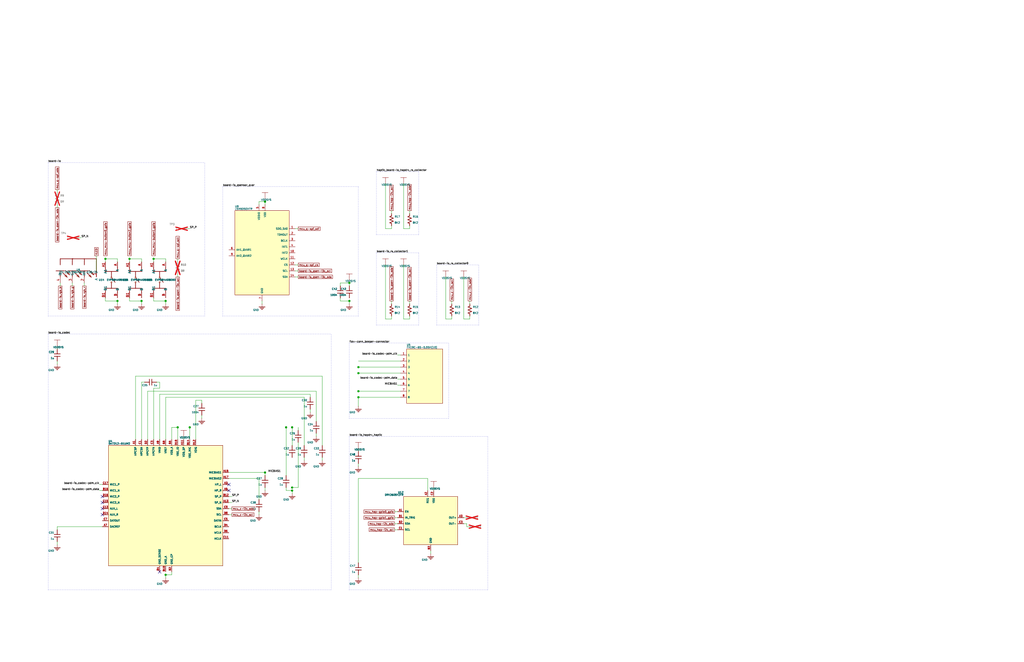
<source format=kicad_sch>
(kicad_sch (version 20230121) (generator jitx)
  (paper "B")
  (lib_symbols
    (symbol "VDD3P0" (power)
      (property "Reference" "#PWR" (at 35.0 60.0 0.0))
      (property "Value" "VDD3P0" (at 0.508 0.508 0.0))
      (symbol "VDD3P0_1_0"
        (pin power_in line (at 0.0 0.0 0) (length 0.0) (name "VDD3P0") (number "~"))
      )
    )
    (symbol "GND" (power)
      (property "Reference" "#PWR" (at 35.0 60.0 0.0))
      (property "Value" "GND" (at -2.54 -2.54 0.0))
      (symbol "GND_1_0"
        (pin power_in line (at 0.0 0.0 270) (length 0.0) (name "GND") (number "~"))
      )
    )
    (symbol "VDDSYS" (power)
      (property "Reference" "#PWR" (at 35.0 60.0 0.0))
      (property "Value" "VDDSYS" (at 0.508 0.508 0.0))
      (symbol "VDDSYS_1_0"
        (pin power_in line (at 0.0 0.0 0) (length 0.0) (name "VDDSYS") (number "~"))
      )
    )
    (symbol "test_point_sym"
      (property "Reference" "U" (at -2.54 1.905 0.0))
      (symbol "test_point_sym_1_0"
        (pin unspecified line (at 2.54 0.0 180) (length 0.0) (name "p") (number "~"))
      )
    )
    (symbol "capacitor_sym"
      (property "Reference" "U" (at 1.27 1.27 0.0))
      (property "Value" "capacitor_sym" (at 1.27 -1.27 0.0))
      (symbol "capacitor_sym_1_0"
        (pin unspecified line (at 0.0 2.54 270) (length 0.0) (name "1") (number "~"))
        (pin unspecified line (at 0.0 -2.54 90) (length 0.0) (name "2") (number "~"))
      )
    )
    (symbol "capacitor_sym_1"
      (property "Reference" "U" (at 1.27 1.27 0.0))
      (property "Value" "capacitor_sym_1" (at 1.27 -1.27 0.0))
      (symbol "capacitor_sym_1_1_0"
        (pin unspecified line (at 0.0 2.54 270) (length 0.0) (name "1") (number "~"))
        (pin unspecified line (at 0.0 -2.54 90) (length 0.0) (name "2") (number "~"))
      )
    )
    (symbol "capacitor_sym_2"
      (property "Reference" "U" (at 1.27 1.27 0.0))
      (property "Value" "capacitor_sym_2" (at 1.27 -1.27 0.0))
      (symbol "capacitor_sym_2_1_0"
        (pin unspecified line (at 0.0 2.54 270) (length 0.0) (name "1") (number "~"))
        (pin unspecified line (at 0.0 -2.54 90) (length 0.0) (name "2") (number "~"))
      )
    )
    (symbol "capacitor_sym_3"
      (property "Reference" "U" (at 1.27 1.27 0.0))
      (property "Value" "capacitor_sym_3" (at 1.27 -1.27 0.0))
      (symbol "capacitor_sym_3_1_0"
        (pin unspecified line (at 0.0 2.54 270) (length 0.0) (name "1") (number "~"))
        (pin unspecified line (at 0.0 -2.54 90) (length 0.0) (name "2") (number "~"))
      )
    )
    (symbol "capacitor_sym_4"
      (property "Reference" "U" (at 1.27 1.27 0.0))
      (property "Value" "capacitor_sym_4" (at 1.27 -1.27 0.0))
      (symbol "capacitor_sym_4_1_0"
        (pin unspecified line (at 0.0 2.54 270) (length 0.0) (name "1") (number "~"))
        (pin unspecified line (at 0.0 -2.54 90) (length 0.0) (name "2") (number "~"))
      )
    )
    (symbol "capacitor_sym_5"
      (property "Reference" "U" (at 1.27 1.27 0.0))
      (property "Value" "capacitor_sym_5" (at 1.27 -1.27 0.0))
      (symbol "capacitor_sym_5_1_0"
        (pin unspecified line (at 0.0 2.54 270) (length 0.0) (name "1") (number "~"))
        (pin unspecified line (at 0.0 -2.54 90) (length 0.0) (name "2") (number "~"))
      )
    )
    (symbol "box_symbol_15L_0R_0T_0B"
      (property "Reference" "U" (at -6.35 21.682 0.0))
      (property "Value" "box_symbol_15L_0R_0T_0B" (at -6.35 20.62 0.0))
      (symbol "box_symbol_15L_0R_0T_0B_1_0"
        (pin unspecified line (at -8.89 17.78 0) (length 2.54) (name "L0") (number "~"))
        (pin unspecified line (at -8.89 15.24 0) (length 2.54) (name "L1") (number "~"))
        (pin unspecified line (at -8.89 12.7 0) (length 2.54) (name "L2") (number "~"))
        (pin unspecified line (at -8.89 10.16 0) (length 2.54) (name "L3") (number "~"))
        (pin unspecified line (at -8.89 7.62 0) (length 2.54) (name "L4") (number "~"))
        (pin unspecified line (at -8.89 5.08 0) (length 2.54) (name "L5") (number "~"))
        (pin unspecified line (at -8.89 2.54 0) (length 2.54) (name "L6") (number "~"))
        (pin unspecified line (at -8.89 0.0 0) (length 2.54) (name "L7") (number "~"))
        (pin unspecified line (at -8.89 -2.54 0) (length 2.54) (name "L8") (number "~"))
        (pin unspecified line (at -8.89 -5.08 0) (length 2.54) (name "L9") (number "~"))
        (pin unspecified line (at -8.89 -7.62 0) (length 2.54) (name "L10") (number "~"))
        (pin unspecified line (at -8.89 -10.16 0) (length 2.54) (name "L11") (number "~"))
        (pin unspecified line (at -8.89 -12.7 0) (length 2.54) (name "L12") (number "~"))
        (pin unspecified line (at -8.89 -15.24 0) (length 2.54) (name "L13") (number "~"))
        (pin unspecified line (at -8.89 -17.78 0) (length 2.54) (name "L14") (number "~"))
      )
    )
    (symbol "capacitor_sym_6"
      (property "Reference" "U" (at 1.27 1.27 0.0))
      (property "Value" "capacitor_sym_6" (at 1.27 -1.27 0.0))
      (symbol "capacitor_sym_6_1_0"
        (pin unspecified line (at 0.0 2.54 270) (length 0.0) (name "1") (number "~"))
        (pin unspecified line (at 0.0 -2.54 90) (length 0.0) (name "2") (number "~"))
      )
    )
    (symbol "resistor_sym"
      (property "Reference" "U" (at 1.27 1.27 0.0))
      (property "Value" "resistor_sym" (at 1.27 -1.27 0.0))
      (symbol "resistor_sym_1_0"
        (pin unspecified line (at 0.0 2.54 270) (length 0.0) (name "2") (number "~"))
        (pin unspecified line (at 0.0 -2.54 90) (length 0.0) (name "1") (number "~"))
      )
    )
    (symbol "capacitor_sym_7"
      (property "Reference" "U" (at 1.27 1.27 0.0))
      (property "Value" "capacitor_sym_7" (at 1.27 -1.27 0.0))
      (symbol "capacitor_sym_7_1_0"
        (pin unspecified line (at 0.0 2.54 270) (length 0.0) (name "1") (number "~"))
        (pin unspecified line (at 0.0 -2.54 90) (length 0.0) (name "2") (number "~"))
      )
    )
    (symbol "inductor_sym"
      (property "Reference" "U" (at 1.27 1.27 0.0))
      (property "Value" "inductor_sym" (at 1.27 -1.27 0.0))
      (symbol "inductor_sym_1_0"
        (pin unspecified line (at 0.0 2.54 270) (length 0.0) (name "2") (number "~"))
        (pin unspecified line (at 0.0 -2.54 90) (length 0.0) (name "1") (number "~"))
      )
    )
    (symbol "inductor_sym_1"
      (property "Reference" "U" (at 1.27 1.27 0.0))
      (property "Value" "inductor_sym_1" (at 1.27 -1.27 0.0))
      (symbol "inductor_sym_1_1_0"
        (pin unspecified line (at 0.0 2.54 270) (length 0.0) (name "2") (number "~"))
        (pin unspecified line (at 0.0 -2.54 90) (length 0.0) (name "1") (number "~"))
      )
    )
    (symbol "box_symbol_6L_9R_2T_2B"
      (property "Reference" "U" (at -11.43 19.142 0.0))
      (property "Value" "box_symbol_6L_9R_2T_2B" (at -11.43 18.08 0.0))
      (symbol "box_symbol_6L_9R_2T_2B_1_0"
        (pin unspecified line (at -13.97 6.35 0) (length 2.54) (name "L0") (number "~"))
        (pin unspecified line (at -13.97 3.81 0) (length 2.54) (name "L1") (number "~"))
        (pin unspecified line (at -13.97 1.27 0) (length 2.54) (name "L2") (number "~"))
        (pin unspecified line (at -13.97 -1.27 0) (length 2.54) (name "L3") (number "~"))
        (pin unspecified line (at -13.97 -3.81 0) (length 2.54) (name "L4") (number "~"))
        (pin unspecified line (at -13.97 -6.35 0) (length 2.54) (name "L5") (number "~"))
        (pin unspecified line (at 13.97 10.16 180) (length 2.54) (name "R0") (number "~"))
        (pin unspecified line (at 13.97 7.62 180) (length 2.54) (name "R1") (number "~"))
        (pin unspecified line (at 13.97 5.08 180) (length 2.54) (name "R2") (number "~"))
        (pin unspecified line (at 13.97 2.54 180) (length 2.54) (name "R3") (number "~"))
        (pin unspecified line (at 13.97 0.0 180) (length 2.54) (name "R4") (number "~"))
        (pin unspecified line (at 13.97 -2.54 180) (length 2.54) (name "R5") (number "~"))
        (pin unspecified line (at 13.97 -5.08 180) (length 2.54) (name "R6") (number "~"))
        (pin unspecified line (at 13.97 -7.62 180) (length 2.54) (name "R7") (number "~"))
        (pin unspecified line (at 13.97 -10.16 180) (length 2.54) (name "R8") (number "~"))
        (pin unspecified line (at -1.27 20.32 270) (length 2.54) (name "T0") (number "~"))
        (pin unspecified line (at 1.27 20.32 270) (length 2.54) (name "T1") (number "~"))
        (pin unspecified line (at -1.27 -20.32 90) (length 2.54) (name "B0") (number "~"))
        (pin unspecified line (at 1.27 -20.32 90) (length 2.54) (name "B1") (number "~"))
      )
    )
    (symbol "capacitor_sym_8"
      (property "Reference" "U" (at 1.27 1.27 0.0))
      (property "Value" "capacitor_sym_8" (at 1.27 -1.27 0.0))
      (symbol "capacitor_sym_8_1_0"
        (pin unspecified line (at 0.0 2.54 270) (length 0.0) (name "2") (number "~"))
        (pin unspecified line (at 0.0 -2.54 90) (length 0.0) (name "1") (number "~"))
      )
    )
    (symbol "header_symbol"
      (property "Reference" "U" (at -2.54 5.08 0.0))
      (property "Value" "header_symbol" (at -2.54 4.445 0.0))
      (symbol "header_symbol_1_0"
        (pin unspecified line (at -5.08 2.54 0) (length 2.54) (name "1") (number "~"))
        (pin unspecified line (at 5.08 2.54 180) (length 2.54) (name "2") (number "~"))
        (pin unspecified line (at -5.08 0.0 0) (length 2.54) (name "3") (number "~"))
        (pin unspecified line (at 5.08 0.0 180) (length 2.54) (name "4") (number "~"))
        (pin unspecified line (at -5.08 -2.54 0) (length 2.54) (name "5") (number "~"))
        (pin unspecified line (at 5.08 -2.54 180) (length 2.54) (name "6") (number "~"))
      )
    )
    (symbol "capacitor_sym_9"
      (property "Reference" "U" (at 1.27 1.27 0.0))
      (property "Value" "capacitor_sym_9" (at 1.27 -1.27 0.0))
      (symbol "capacitor_sym_9_1_0"
        (pin unspecified line (at 0.0 2.54 270) (length 0.0) (name "1") (number "~"))
        (pin unspecified line (at 0.0 -2.54 90) (length 0.0) (name "2") (number "~"))
      )
    )
    (symbol "box_symbol_0L_1R_0T_7B"
      (property "Reference" "U" (at -10.16 10.252 0.0))
      (property "Value" "box_symbol_0L_1R_0T_7B" (at -10.16 9.19 0.0))
      (symbol "box_symbol_0L_1R_0T_7B_1_0"
        (pin unspecified line (at 12.7 0.0 180) (length 2.54) (name "R0") (number "~"))
        (pin unspecified line (at -7.62 -11.43 90) (length 2.54) (name "B0") (number "~"))
        (pin unspecified line (at -5.08 -11.43 90) (length 2.54) (name "B1") (number "~"))
        (pin unspecified line (at -2.54 -11.43 90) (length 2.54) (name "B2") (number "~"))
        (pin unspecified line (at 0.0 -11.43 90) (length 2.54) (name "B3") (number "~"))
        (pin unspecified line (at 2.54 -11.43 90) (length 2.54) (name "B4") (number "~"))
        (pin unspecified line (at 5.08 -11.43 90) (length 2.54) (name "B5") (number "~"))
        (pin unspecified line (at 7.62 -11.43 90) (length 2.54) (name "B6") (number "~"))
      )
    )
    (symbol "capacitor_sym_10"
      (property "Reference" "U" (at 1.27 1.27 0.0))
      (property "Value" "capacitor_sym_10" (at 1.27 -1.27 0.0))
      (symbol "capacitor_sym_10_1_0"
        (pin unspecified line (at 0.0 2.54 270) (length 0.0) (name "1") (number "~"))
        (pin unspecified line (at 0.0 -2.54 90) (length 0.0) (name "2") (number "~"))
      )
    )
    (symbol "box_symbol_3L_3R_1T_2B"
      (property "Reference" "U" (at -6.35 10.252 0.0))
      (property "Value" "box_symbol_3L_3R_1T_2B" (at -6.35 9.19 0.0))
      (symbol "box_symbol_3L_3R_1T_2B_1_0"
        (pin unspecified line (at -8.89 2.54 0) (length 2.54) (name "L0") (number "~"))
        (pin unspecified line (at -8.89 0.0 0) (length 2.54) (name "L1") (number "~"))
        (pin unspecified line (at -8.89 -2.54 0) (length 2.54) (name "L2") (number "~"))
        (pin unspecified line (at 8.89 2.54 180) (length 2.54) (name "R0") (number "~"))
        (pin unspecified line (at 8.89 0.0 180) (length 2.54) (name "R1") (number "~"))
        (pin unspecified line (at 8.89 -2.54 180) (length 2.54) (name "R2") (number "~"))
        (pin unspecified line (at 0.0 11.43 270) (length 2.54) (name "T0") (number "~"))
        (pin unspecified line (at -1.27 -11.43 90) (length 2.54) (name "B0") (number "~"))
        (pin unspecified line (at 1.27 -11.43 90) (length 2.54) (name "B1") (number "~"))
      )
    )
    (symbol "capacitor_sym_11"
      (property "Reference" "U" (at 1.27 1.27 0.0))
      (property "Value" "capacitor_sym_11" (at 1.27 -1.27 0.0))
      (symbol "capacitor_sym_11_1_0"
        (pin unspecified line (at 0.0 2.54 270) (length 0.0) (name "1") (number "~"))
        (pin unspecified line (at 0.0 -2.54 90) (length 0.0) (name "2") (number "~"))
      )
    )
    (symbol "capacitor_sym_12"
      (property "Reference" "U" (at 1.27 1.27 0.0))
      (property "Value" "capacitor_sym_12" (at 1.27 -1.27 0.0))
      (symbol "capacitor_sym_12_1_0"
        (pin unspecified line (at 0.0 2.54 270) (length 0.0) (name "1") (number "~"))
        (pin unspecified line (at 0.0 -2.54 90) (length 0.0) (name "2") (number "~"))
      )
    )
    (symbol "capacitor_sym_13"
      (property "Reference" "U" (at 1.27 1.27 0.0))
      (property "Value" "capacitor_sym_13" (at 1.27 -1.27 0.0))
      (symbol "capacitor_sym_13_1_0"
        (pin unspecified line (at 0.0 2.54 270) (length 0.0) (name "1") (number "~"))
        (pin unspecified line (at 0.0 -2.54 90) (length 0.0) (name "2") (number "~"))
      )
    )
    (symbol "capacitor_sym_14"
      (property "Reference" "U" (at 1.27 1.27 0.0))
      (property "Value" "capacitor_sym_14" (at 1.27 -1.27 0.0))
      (symbol "capacitor_sym_14_1_0"
        (pin unspecified line (at 0.0 2.54 270) (length 0.0) (name "1") (number "~"))
        (pin unspecified line (at 0.0 -2.54 90) (length 0.0) (name "2") (number "~"))
      )
    )
    (symbol "box_symbol_0L_0R_14T_13B"
      (property "Reference" "U" (at -31.75 12.792 0.0))
      (property "Value" "box_symbol_0L_0R_14T_13B" (at -31.75 11.73 0.0))
      (symbol "box_symbol_0L_0R_14T_13B_1_0"
        (pin unspecified line (at -17.78 13.97 270) (length 2.54) (name "T0") (number "~"))
        (pin unspecified line (at -15.24 13.97 270) (length 2.54) (name "T1") (number "~"))
        (pin unspecified line (at -12.7 13.97 270) (length 2.54) (name "T2") (number "~"))
        (pin unspecified line (at -10.16 13.97 270) (length 2.54) (name "T3") (number "~"))
        (pin unspecified line (at -7.62 13.97 270) (length 2.54) (name "T4") (number "~"))
        (pin unspecified line (at -5.08 13.97 270) (length 2.54) (name "T5") (number "~"))
        (pin unspecified line (at -2.54 13.97 270) (length 2.54) (name "T6") (number "~"))
        (pin unspecified line (at 0.0 13.97 270) (length 2.54) (name "T7") (number "~"))
        (pin unspecified line (at 2.54 13.97 270) (length 2.54) (name "T8") (number "~"))
        (pin unspecified line (at 5.08 13.97 270) (length 2.54) (name "T9") (number "~"))
        (pin unspecified line (at 7.62 13.97 270) (length 2.54) (name "T10") (number "~"))
        (pin unspecified line (at 10.16 13.97 270) (length 2.54) (name "T11") (number "~"))
        (pin unspecified line (at 12.7 13.97 270) (length 2.54) (name "T12") (number "~"))
        (pin unspecified line (at 15.24 13.97 270) (length 2.54) (name "T13") (number "~"))
        (pin unspecified line (at -15.24 -13.97 90) (length 2.54) (name "B0") (number "~"))
        (pin unspecified line (at -12.7 -13.97 90) (length 2.54) (name "B1") (number "~"))
        (pin unspecified line (at -10.16 -13.97 90) (length 2.54) (name "B2") (number "~"))
        (pin unspecified line (at -7.62 -13.97 90) (length 2.54) (name "B3") (number "~"))
        (pin unspecified line (at -5.08 -13.97 90) (length 2.54) (name "B4") (number "~"))
        (pin unspecified line (at -2.54 -13.97 90) (length 2.54) (name "B5") (number "~"))
        (pin unspecified line (at 0.0 -13.97 90) (length 2.54) (name "B6") (number "~"))
        (pin unspecified line (at 2.54 -13.97 90) (length 2.54) (name "B7") (number "~"))
        (pin unspecified line (at 5.08 -13.97 90) (length 2.54) (name "B8") (number "~"))
        (pin unspecified line (at 7.62 -13.97 90) (length 2.54) (name "B9") (number "~"))
        (pin unspecified line (at 10.16 -13.97 90) (length 2.54) (name "B10") (number "~"))
        (pin unspecified line (at 12.7 -13.97 90) (length 2.54) (name "B11") (number "~"))
        (pin unspecified line (at 15.24 -13.97 90) (length 2.54) (name "B12") (number "~"))
      )
    )
    (symbol "capacitor_sym_15"
      (property "Reference" "U" (at 1.27 1.27 0.0))
      (property "Value" "capacitor_sym_15" (at 1.27 -1.27 0.0))
      (symbol "capacitor_sym_15_1_0"
        (pin unspecified line (at 0.0 2.54 270) (length 0.0) (name "1") (number "~"))
        (pin unspecified line (at 0.0 -2.54 90) (length 0.0) (name "2") (number "~"))
      )
    )
    (symbol "capacitor_sym_16"
      (property "Reference" "U" (at 1.27 1.27 0.0))
      (property "Value" "capacitor_sym_16" (at 1.27 -1.27 0.0))
      (symbol "capacitor_sym_16_1_0"
        (pin unspecified line (at 0.0 2.54 270) (length 0.0) (name "1") (number "~"))
        (pin unspecified line (at 0.0 -2.54 90) (length 0.0) (name "2") (number "~"))
      )
    )
    (symbol "capacitor_sym_17"
      (property "Reference" "U" (at 1.27 1.27 0.0))
      (property "Value" "capacitor_sym_17" (at 1.27 -1.27 0.0))
      (symbol "capacitor_sym_17_1_0"
        (pin unspecified line (at 0.0 2.54 270) (length 0.0) (name "1") (number "~"))
        (pin unspecified line (at 0.0 -2.54 90) (length 0.0) (name "2") (number "~"))
      )
    )
    (symbol "capacitor_sym_18"
      (property "Reference" "U" (at 1.27 1.27 0.0))
      (property "Value" "capacitor_sym_18" (at 1.27 -1.27 0.0))
      (symbol "capacitor_sym_18_1_0"
        (pin unspecified line (at 0.0 2.54 270) (length 0.0) (name "1") (number "~"))
        (pin unspecified line (at 0.0 -2.54 90) (length 0.0) (name "2") (number "~"))
      )
    )
    (symbol "capacitor_sym_19"
      (property "Reference" "U" (at 1.27 1.27 0.0))
      (property "Value" "capacitor_sym_19" (at 1.27 -1.27 0.0))
      (symbol "capacitor_sym_19_1_0"
        (pin unspecified line (at 0.0 2.54 270) (length 0.0) (name "1") (number "~"))
        (pin unspecified line (at 0.0 -2.54 90) (length 0.0) (name "2") (number "~"))
      )
    )
    (symbol "capacitor_sym_20"
      (property "Reference" "U" (at 1.27 1.27 0.0))
      (property "Value" "capacitor_sym_20" (at 1.27 -1.27 0.0))
      (symbol "capacitor_sym_20_1_0"
        (pin unspecified line (at 0.0 2.54 270) (length 0.0) (name "1") (number "~"))
        (pin unspecified line (at 0.0 -2.54 90) (length 0.0) (name "2") (number "~"))
      )
    )
    (symbol "resistor_sym_1"
      (property "Reference" "U" (at 1.27 1.27 0.0))
      (property "Value" "resistor_sym_1" (at 1.27 -1.27 0.0))
      (symbol "resistor_sym_1_1_0"
        (pin unspecified line (at 0.0 2.54 270) (length 0.0) (name "2") (number "~"))
        (pin unspecified line (at 0.0 -2.54 90) (length 0.0) (name "1") (number "~"))
      )
    )
    (symbol "resistor_sym_2"
      (property "Reference" "U" (at 1.27 1.27 0.0))
      (property "Value" "resistor_sym_2" (at 1.27 -1.27 0.0))
      (symbol "resistor_sym_2_1_0"
        (pin unspecified line (at 0.0 2.54 270) (length 0.0) (name "1") (number "~"))
        (pin unspecified line (at 0.0 -2.54 90) (length 0.0) (name "2") (number "~"))
      )
    )
    (symbol "capacitor_sym_21"
      (property "Reference" "U" (at 1.27 1.27 0.0))
      (property "Value" "capacitor_sym_21" (at 1.27 -1.27 0.0))
      (symbol "capacitor_sym_21_1_0"
        (pin unspecified line (at 0.0 2.54 270) (length 0.0) (name "1") (number "~"))
        (pin unspecified line (at 0.0 -2.54 90) (length 0.0) (name "2") (number "~"))
      )
    )
    (symbol "resistor_sym_3"
      (property "Reference" "U" (at 1.27 1.27 0.0))
      (property "Value" "resistor_sym_3" (at 1.27 -1.27 0.0))
      (symbol "resistor_sym_3_1_0"
        (pin unspecified line (at 0.0 2.54 270) (length 0.0) (name "1") (number "~"))
        (pin unspecified line (at 0.0 -2.54 90) (length 0.0) (name "2") (number "~"))
      )
    )
    (symbol "capacitor_sym_22"
      (property "Reference" "U" (at 1.27 1.27 0.0))
      (property "Value" "capacitor_sym_22" (at 1.27 -1.27 0.0))
      (symbol "capacitor_sym_22_1_0"
        (pin unspecified line (at 0.0 2.54 270) (length 0.0) (name "1") (number "~"))
        (pin unspecified line (at 0.0 -2.54 90) (length 0.0) (name "2") (number "~"))
      )
    )
    (symbol "capacitor_sym_23"
      (property "Reference" "U" (at 1.27 1.27 0.0))
      (property "Value" "capacitor_sym_23" (at 1.27 -1.27 0.0))
      (symbol "capacitor_sym_23_1_0"
        (pin unspecified line (at 0.0 2.54 270) (length 0.0) (name "1") (number "~"))
        (pin unspecified line (at 0.0 -2.54 90) (length 0.0) (name "2") (number "~"))
      )
    )
    (symbol "inductor_sym_2"
      (property "Reference" "U" (at 1.27 1.27 0.0))
      (property "Value" "inductor_sym_2" (at 1.27 -1.27 0.0))
      (symbol "inductor_sym_2_1_0"
        (pin unspecified line (at 0.0 2.54 270) (length 0.0) (name "2") (number "~"))
        (pin unspecified line (at 0.0 -2.54 90) (length 0.0) (name "1") (number "~"))
      )
    )
    (symbol "capacitor_sym_24"
      (property "Reference" "U" (at 1.27 1.27 0.0))
      (property "Value" "capacitor_sym_24" (at 1.27 -1.27 0.0))
      (symbol "capacitor_sym_24_1_0"
        (pin unspecified line (at 0.0 2.54 270) (length 0.0) (name "1") (number "~"))
        (pin unspecified line (at 0.0 -2.54 90) (length 0.0) (name "2") (number "~"))
      )
    )
    (symbol "capacitor_sym_25"
      (property "Reference" "U" (at 1.27 1.27 0.0))
      (property "Value" "capacitor_sym_25" (at 1.27 -1.27 0.0))
      (symbol "capacitor_sym_25_1_0"
        (pin unspecified line (at 0.0 2.54 270) (length 0.0) (name "2") (number "~"))
        (pin unspecified line (at 0.0 -2.54 90) (length 0.0) (name "1") (number "~"))
      )
    )
    (symbol "capacitor_sym_26"
      (property "Reference" "U" (at 1.27 1.27 0.0))
      (property "Value" "capacitor_sym_26" (at 1.27 -1.27 0.0))
      (symbol "capacitor_sym_26_1_0"
        (pin unspecified line (at 0.0 2.54 270) (length 0.0) (name "1") (number "~"))
        (pin unspecified line (at 0.0 -2.54 90) (length 0.0) (name "2") (number "~"))
      )
    )
    (symbol "resistor_sym_4"
      (property "Reference" "U" (at 1.27 1.27 0.0))
      (property "Value" "resistor_sym_4" (at 1.27 -1.27 0.0))
      (symbol "resistor_sym_4_1_0"
        (pin unspecified line (at 0.0 2.54 270) (length 0.0) (name "2") (number "~"))
        (pin unspecified line (at 0.0 -2.54 90) (length 0.0) (name "1") (number "~"))
      )
    )
    (symbol "capacitor_sym_27"
      (property "Reference" "U" (at 1.27 1.27 0.0))
      (property "Value" "capacitor_sym_27" (at 1.27 -1.27 0.0))
      (symbol "capacitor_sym_27_1_0"
        (pin unspecified line (at 0.0 2.54 270) (length 0.0) (name "1") (number "~"))
        (pin unspecified line (at 0.0 -2.54 90) (length 0.0) (name "2") (number "~"))
      )
    )
    (symbol "capacitor_sym_28"
      (property "Reference" "U" (at 1.27 1.27 0.0))
      (property "Value" "capacitor_sym_28" (at 1.27 -1.27 0.0))
      (symbol "capacitor_sym_28_1_0"
        (pin unspecified line (at 0.0 2.54 270) (length 0.0) (name "1") (number "~"))
        (pin unspecified line (at 0.0 -2.54 90) (length 0.0) (name "2") (number "~"))
      )
    )
    (symbol "capacitor_sym_29"
      (property "Reference" "U" (at 1.27 1.27 0.0))
      (property "Value" "capacitor_sym_29" (at 1.27 -1.27 0.0))
      (symbol "capacitor_sym_29_1_0"
        (pin unspecified line (at 0.0 2.54 270) (length 0.0) (name "1") (number "~"))
        (pin unspecified line (at 0.0 -2.54 90) (length 0.0) (name "2") (number "~"))
      )
    )
    (symbol "resistor_sym_5"
      (property "Reference" "U" (at 1.27 1.27 0.0))
      (property "Value" "resistor_sym_5" (at 1.27 -1.27 0.0))
      (symbol "resistor_sym_5_1_0"
        (pin unspecified line (at 0.0 2.54 270) (length 0.0) (name "2") (number "~"))
        (pin unspecified line (at 0.0 -2.54 90) (length 0.0) (name "1") (number "~"))
      )
    )
    (symbol "Johanson2450AT18D0100_STD_R"
      (property "Reference" "U" (at -3.8735 5.4435 0.0))
      (symbol "Johanson2450AT18D0100_STD_R_1_0"
        (pin unspecified line (at 8.89 -3.81 180) (length 2.54) (name "GND") (number "~"))
        (pin unspecified line (at 0.0 -3.81 90) (length 3.81) (name "ANT") (number "~"))
      )
    )
    (symbol "capacitor_sym_30"
      (property "Reference" "U" (at 1.27 1.27 0.0))
      (property "Value" "capacitor_sym_30" (at 1.27 -1.27 0.0))
      (symbol "capacitor_sym_30_1_0"
        (pin unspecified line (at 0.0 2.54 270) (length 0.0) (name "1") (number "~"))
        (pin unspecified line (at 0.0 -2.54 90) (length 0.0) (name "2") (number "~"))
      )
    )
    (symbol "box_symbol_0L_6R_0T_0B"
      (property "Reference" "U" (at -6.35 10.252 0.0))
      (property "Value" "box_symbol_0L_6R_0T_0B" (at -6.35 9.19 0.0))
      (symbol "box_symbol_0L_6R_0T_0B_1_0"
        (pin unspecified line (at 8.89 6.35 180) (length 2.54) (name "R0") (number "~"))
        (pin unspecified line (at 8.89 3.81 180) (length 2.54) (name "R1") (number "~"))
        (pin unspecified line (at 8.89 1.27 180) (length 2.54) (name "R2") (number "~"))
        (pin unspecified line (at 8.89 -1.27 180) (length 2.54) (name "R3") (number "~"))
        (pin unspecified line (at 8.89 -3.81 180) (length 2.54) (name "R4") (number "~"))
        (pin unspecified line (at 8.89 -6.35 180) (length 2.54) (name "R5") (number "~"))
      )
    )
    (symbol "XRCGB32M000F1H00R0"
      (property "Reference" "U" (at 0.0 4.54000508001016 0.0))
      (property "Value" "XRCGB32M000F1H00R0" (at 0.0 3.54000508001016 0.0))
      (symbol "XRCGB32M000F1H00R0_1_0"
        (pin unspecified line (at -7.62 -2.54 0) (length 2.54000508001016) (name "1") (number "~"))
        (pin unspecified line (at 7.62 2.54 180) (length 2.54000508001016) (name "3") (number "~"))
        (pin unspecified line (at -7.62 2.54 0) (length 2.54000508001016) (name "GND0") (number "~"))
        (pin unspecified line (at 7.62 -2.54 180) (length 2.54000508001016) (name "GND1") (number "~"))
      )
    )
    (symbol "box_symbol_2L_9R_2T_1B"
      (property "Reference" "U" (at -11.43 19.142 0.0))
      (property "Value" "box_symbol_2L_9R_2T_1B" (at -11.43 18.08 0.0))
      (symbol "box_symbol_2L_9R_2T_1B_1_0"
        (pin unspecified line (at -13.97 1.27 0) (length 2.54) (name "L0") (number "~"))
        (pin unspecified line (at -13.97 -1.27 0) (length 2.54) (name "L1") (number "~"))
        (pin unspecified line (at 13.97 10.16 180) (length 2.54) (name "R0") (number "~"))
        (pin unspecified line (at 13.97 7.62 180) (length 2.54) (name "R1") (number "~"))
        (pin unspecified line (at 13.97 5.08 180) (length 2.54) (name "R2") (number "~"))
        (pin unspecified line (at 13.97 2.54 180) (length 2.54) (name "R3") (number "~"))
        (pin unspecified line (at 13.97 0.0 180) (length 2.54) (name "R4") (number "~"))
        (pin unspecified line (at 13.97 -2.54 180) (length 2.54) (name "R5") (number "~"))
        (pin unspecified line (at 13.97 -5.08 180) (length 2.54) (name "R6") (number "~"))
        (pin unspecified line (at 13.97 -7.62 180) (length 2.54) (name "R7") (number "~"))
        (pin unspecified line (at 13.97 -10.16 180) (length 2.54) (name "R8") (number "~"))
        (pin unspecified line (at -1.27 20.32 270) (length 2.54) (name "T0") (number "~"))
        (pin unspecified line (at 1.27 20.32 270) (length 2.54) (name "T1") (number "~"))
        (pin unspecified line (at 0.0 -20.32 90) (length 2.54) (name "B0") (number "~"))
      )
    )
    (symbol "resistor_sym_6"
      (property "Reference" "U" (at 1.27 1.27 0.0))
      (property "Value" "resistor_sym_6" (at 1.27 -1.27 0.0))
      (symbol "resistor_sym_6_1_0"
        (pin unspecified line (at 0.0 2.54 270) (length 0.0) (name "2") (number "~"))
        (pin unspecified line (at 0.0 -2.54 90) (length 0.0) (name "1") (number "~"))
      )
    )
    (symbol "resistor_sym_7"
      (property "Reference" "U" (at 1.27 1.27 0.0))
      (property "Value" "resistor_sym_7" (at 1.27 -1.27 0.0))
      (symbol "resistor_sym_7_1_0"
        (pin unspecified line (at 0.0 2.54 270) (length 0.0) (name "2") (number "~"))
        (pin unspecified line (at 0.0 -2.54 90) (length 0.0) (name "1") (number "~"))
      )
    )
    (symbol "box_symbol_3L_3R_1T_3B"
      (property "Reference" "U" (at -7.62 14.062 0.0))
      (property "Value" "box_symbol_3L_3R_1T_3B" (at -7.62 13.0 0.0))
      (symbol "box_symbol_3L_3R_1T_3B_1_0"
        (pin unspecified line (at -10.16 2.54 0) (length 2.54) (name "L0") (number "~"))
        (pin unspecified line (at -10.16 0.0 0) (length 2.54) (name "L1") (number "~"))
        (pin unspecified line (at -10.16 -2.54 0) (length 2.54) (name "L2") (number "~"))
        (pin unspecified line (at 10.16 2.54 180) (length 2.54) (name "R0") (number "~"))
        (pin unspecified line (at 10.16 0.0 180) (length 2.54) (name "R1") (number "~"))
        (pin unspecified line (at 10.16 -2.54 180) (length 2.54) (name "R2") (number "~"))
        (pin unspecified line (at 0.0 15.24 270) (length 2.54) (name "T0") (number "~"))
        (pin unspecified line (at -2.54 -15.24 90) (length 2.54) (name "B0") (number "~"))
        (pin unspecified line (at 0.0 -15.24 90) (length 2.54) (name "B1") (number "~"))
        (pin unspecified line (at 2.54 -15.24 90) (length 2.54) (name "B2") (number "~"))
      )
    )
    (symbol "capacitor_sym_31"
      (property "Reference" "U" (at 1.27 1.27 0.0))
      (property "Value" "capacitor_sym_31" (at 1.27 -1.27 0.0))
      (symbol "capacitor_sym_31_1_0"
        (pin unspecified line (at 0.0 2.54 270) (length 0.0) (name "1") (number "~"))
        (pin unspecified line (at 0.0 -2.54 90) (length 0.0) (name "2") (number "~"))
      )
    )
    (symbol "TPD4S012DRYR"
      (property "Reference" "U" (at 0.0 6.19100838201676 0.0))
      (property "Value" "TPD4S012DRYR" (at 0.0 5.19100838201676 0.0))
      (symbol "TPD4S012DRYR_1_0"
        (pin unspecified line (at -8.89 2.54 0) (length 2.54000508001016) (name "D+") (number "~"))
        (pin unspecified line (at -8.89 0.0 0) (length 2.54000508001016) (name "D-") (number "~"))
        (pin unspecified line (at -8.89 -2.54 0) (length 2.54000508001016) (name "ID") (number "~"))
        (pin unspecified line (at 8.89 -2.54 180) (length 2.54000508001016) (name "GND") (number "~"))
        (pin unspecified line (at 8.89 0.0 180) (length 2.54000508001016) (name "NC") (number "~"))
        (pin unspecified line (at 8.89 2.54 180) (length 2.54000508001016) (name "VBUS") (number "~"))
      )
    )
    (symbol "box_symbol_8L_0R_0T_0B"
      (property "Reference" "U" (at -7.62 12.792 0.0))
      (property "Value" "box_symbol_8L_0R_0T_0B" (at -7.62 11.73 0.0))
      (symbol "box_symbol_8L_0R_0T_0B_1_0"
        (pin unspecified line (at -10.16 8.89 0) (length 2.54) (name "L0") (number "~"))
        (pin unspecified line (at -10.16 6.35 0) (length 2.54) (name "L1") (number "~"))
        (pin unspecified line (at -10.16 3.81 0) (length 2.54) (name "L2") (number "~"))
        (pin unspecified line (at -10.16 1.27 0) (length 2.54) (name "L3") (number "~"))
        (pin unspecified line (at -10.16 -1.27 0) (length 2.54) (name "L4") (number "~"))
        (pin unspecified line (at -10.16 -3.81 0) (length 2.54) (name "L5") (number "~"))
        (pin unspecified line (at -10.16 -6.35 0) (length 2.54) (name "L6") (number "~"))
        (pin unspecified line (at -10.16 -8.89 0) (length 2.54) (name "L7") (number "~"))
      )
    )
    (symbol "resistor_sym_8"
      (property "Reference" "U" (at 1.27 1.27 0.0))
      (property "Value" "resistor_sym_8" (at 1.27 -1.27 0.0))
      (symbol "resistor_sym_8_1_0"
        (pin unspecified line (at 0.0 2.54 270) (length 0.0) (name "1") (number "~"))
        (pin unspecified line (at 0.0 -2.54 90) (length 0.0) (name "2") (number "~"))
      )
    )
    (symbol "capacitor_sym_32"
      (property "Reference" "U" (at 1.27 1.27 0.0))
      (property "Value" "capacitor_sym_32" (at 1.27 -1.27 0.0))
      (symbol "capacitor_sym_32_1_0"
        (pin unspecified line (at 0.0 2.54 270) (length 0.0) (name "1") (number "~"))
        (pin unspecified line (at 0.0 -2.54 90) (length 0.0) (name "2") (number "~"))
      )
    )
    (symbol "sym_EVP_BB4A9B000"
      (property "Reference" "U" (at 0.0 4.27 0.0))
      (property "Value" "sym_EVP_BB4A9B000" (at 0.0 3.27 0.0))
      (symbol "sym_EVP_BB4A9B000_1_0"
        (pin unspecified line (at -7.62 -3.81 0) (length 2.54) (name "A1") (number "~"))
        (pin unspecified line (at -7.62 1.27 0) (length 2.54) (name "A") (number "~"))
        (pin unspecified line (at 7.62 -3.81 180) (length 2.54) (name "B1") (number "~"))
        (pin unspecified line (at 7.62 1.27 180) (length 2.54) (name "B") (number "~"))
      )
    )
    (symbol "capacitor_sym_33"
      (property "Reference" "U" (at 1.27 1.27 0.0))
      (property "Value" "capacitor_sym_33" (at 1.27 -1.27 0.0))
      (symbol "capacitor_sym_33_1_0"
        (pin unspecified line (at 0.0 2.54 270) (length 0.0) (name "1") (number "~"))
        (pin unspecified line (at 0.0 -2.54 90) (length 0.0) (name "2") (number "~"))
      )
    )
    (symbol "capacitor_sym_34"
      (property "Reference" "U" (at 1.27 1.27 0.0))
      (property "Value" "capacitor_sym_34" (at 1.27 -1.27 0.0))
      (symbol "capacitor_sym_34_1_0"
        (pin unspecified line (at 0.0 2.54 270) (length 0.0) (name "1") (number "~"))
        (pin unspecified line (at 0.0 -2.54 90) (length 0.0) (name "2") (number "~"))
      )
    )
    (symbol "capacitor_sym_35"
      (property "Reference" "U" (at 1.27 1.27 0.0))
      (property "Value" "capacitor_sym_35" (at 1.27 -1.27 0.0))
      (symbol "capacitor_sym_35_1_0"
        (pin unspecified line (at 0.0 2.54 270) (length 0.0) (name "1") (number "~"))
        (pin unspecified line (at 0.0 -2.54 90) (length 0.0) (name "2") (number "~"))
      )
    )
    (symbol "sym"
      (property "Reference" "U" (at 0.0 0.46 0.0))
      (property "Value" "sym" (at 0.0 -0.54 0.0))
      (symbol "sym_1_0"
        (pin unspecified line (at 7.62 0.0 270) (length 2.54) (name "A") (number "~"))
        (pin unspecified line (at 2.54 -5.08 90) (length 2.54) (name "R") (number "~"))
        (pin unspecified line (at -2.54 -5.08 90) (length 2.54) (name "G") (number "~"))
        (pin unspecified line (at -7.62 -5.08 90) (length 2.54) (name "B") (number "~"))
      )
    )
    (symbol "capacitor_sym_36"
      (property "Reference" "U" (at 1.27 1.27 0.0))
      (property "Value" "capacitor_sym_36" (at 1.27 -1.27 0.0))
      (symbol "capacitor_sym_36_1_0"
        (pin unspecified line (at 0.0 2.54 270) (length 0.0) (name "1") (number "~"))
        (pin unspecified line (at 0.0 -2.54 90) (length 0.0) (name "2") (number "~"))
      )
    )
    (symbol "box_symbol_1L_0R_0T_0B"
      (property "Reference" "U" (at -6.35 3.902 0.0))
      (property "Value" "box_symbol_1L_0R_0T_0B" (at -6.35 2.84 0.0))
      (symbol "box_symbol_1L_0R_0T_0B_1_0"
        (pin unspecified line (at -8.89 0.0 0) (length 2.54) (name "L0") (number "~"))
      )
    )
    (symbol "resistor_sym_9"
      (property "Reference" "U" (at 1.27 1.27 0.0))
      (property "Value" "resistor_sym_9" (at 1.27 -1.27 0.0))
      (symbol "resistor_sym_9_1_0"
        (pin unspecified line (at 0.0 2.54 270) (length 0.0) (name "2") (number "~"))
        (pin unspecified line (at 0.0 -2.54 90) (length 0.0) (name "1") (number "~"))
      )
    )
    (symbol "capacitor_sym_37"
      (property "Reference" "U" (at 1.27 1.27 0.0))
      (property "Value" "capacitor_sym_37" (at 1.27 -1.27 0.0))
      (symbol "capacitor_sym_37_1_0"
        (pin unspecified line (at 0.0 2.54 270) (length 0.0) (name "1") (number "~"))
        (pin unspecified line (at 0.0 -2.54 90) (length 0.0) (name "2") (number "~"))
      )
    )
    (symbol "capacitor_sym_38"
      (property "Reference" "U" (at 1.27 1.27 0.0))
      (property "Value" "capacitor_sym_38" (at 1.27 -1.27 0.0))
      (symbol "capacitor_sym_38_1_0"
        (pin unspecified line (at 0.0 2.54 270) (length 0.0) (name "1") (number "~"))
        (pin unspecified line (at 0.0 -2.54 90) (length 0.0) (name "2") (number "~"))
      )
    )
    (symbol "box_symbol_16L_16R_0T_0B"
      (property "Reference" "U" (at -6.35 22.952 0.0))
      (property "Value" "box_symbol_16L_16R_0T_0B" (at -6.35 21.89 0.0))
      (symbol "box_symbol_16L_16R_0T_0B_1_0"
        (pin unspecified line (at -8.89 19.05 0) (length 2.54) (name "L0") (number "~"))
        (pin unspecified line (at -8.89 16.51 0) (length 2.54) (name "L1") (number "~"))
        (pin unspecified line (at -8.89 13.97 0) (length 2.54) (name "L2") (number "~"))
        (pin unspecified line (at -8.89 11.43 0) (length 2.54) (name "L3") (number "~"))
        (pin unspecified line (at -8.89 8.89 0) (length 2.54) (name "L4") (number "~"))
        (pin unspecified line (at -8.89 6.35 0) (length 2.54) (name "L5") (number "~"))
        (pin unspecified line (at -8.89 3.81 0) (length 2.54) (name "L6") (number "~"))
        (pin unspecified line (at -8.89 1.27 0) (length 2.54) (name "L7") (number "~"))
        (pin unspecified line (at -8.89 -1.27 0) (length 2.54) (name "L8") (number "~"))
        (pin unspecified line (at -8.89 -3.81 0) (length 2.54) (name "L9") (number "~"))
        (pin unspecified line (at -8.89 -6.35 0) (length 2.54) (name "L10") (number "~"))
        (pin unspecified line (at -8.89 -8.89 0) (length 2.54) (name "L11") (number "~"))
        (pin unspecified line (at -8.89 -11.43 0) (length 2.54) (name "L12") (number "~"))
        (pin unspecified line (at -8.89 -13.97 0) (length 2.54) (name "L13") (number "~"))
        (pin unspecified line (at -8.89 -16.51 0) (length 2.54) (name "L14") (number "~"))
        (pin unspecified line (at -8.89 -19.05 0) (length 2.54) (name "L15") (number "~"))
        (pin unspecified line (at 8.89 19.05 180) (length 2.54) (name "R0") (number "~"))
        (pin unspecified line (at 8.89 16.51 180) (length 2.54) (name "R1") (number "~"))
        (pin unspecified line (at 8.89 13.97 180) (length 2.54) (name "R2") (number "~"))
        (pin unspecified line (at 8.89 11.43 180) (length 2.54) (name "R3") (number "~"))
        (pin unspecified line (at 8.89 8.89 180) (length 2.54) (name "R4") (number "~"))
        (pin unspecified line (at 8.89 6.35 180) (length 2.54) (name "R5") (number "~"))
        (pin unspecified line (at 8.89 3.81 180) (length 2.54) (name "R6") (number "~"))
        (pin unspecified line (at 8.89 1.27 180) (length 2.54) (name "R7") (number "~"))
        (pin unspecified line (at 8.89 -1.27 180) (length 2.54) (name "R8") (number "~"))
        (pin unspecified line (at 8.89 -3.81 180) (length 2.54) (name "R9") (number "~"))
        (pin unspecified line (at 8.89 -6.35 180) (length 2.54) (name "R10") (number "~"))
        (pin unspecified line (at 8.89 -8.89 180) (length 2.54) (name "R11") (number "~"))
        (pin unspecified line (at 8.89 -11.43 180) (length 2.54) (name "R12") (number "~"))
        (pin unspecified line (at 8.89 -13.97 180) (length 2.54) (name "R13") (number "~"))
        (pin unspecified line (at 8.89 -16.51 180) (length 2.54) (name "R14") (number "~"))
        (pin unspecified line (at 8.89 -19.05 180) (length 2.54) (name "R15") (number "~"))
      )
    )
    (symbol "capacitor_sym_39"
      (property "Reference" "U" (at 1.27 1.27 0.0))
      (property "Value" "capacitor_sym_39" (at 1.27 -1.27 0.0))
      (symbol "capacitor_sym_39_1_0"
        (pin unspecified line (at 0.0 2.54 270) (length 0.0) (name "1") (number "~"))
        (pin unspecified line (at 0.0 -2.54 90) (length 0.0) (name "2") (number "~"))
      )
    )
    (symbol "resistor_sym_10"
      (property "Reference" "U" (at 1.27 1.27 0.0))
      (property "Value" "resistor_sym_10" (at 1.27 -1.27 0.0))
      (symbol "resistor_sym_10_1_0"
        (pin unspecified line (at 0.0 2.54 270) (length 0.0) (name "2") (number "~"))
        (pin unspecified line (at 0.0 -2.54 90) (length 0.0) (name "1") (number "~"))
      )
    )
    (symbol "ALTIUM_POWER_BAR"
      (property "Value" "ALTIUM_POWER_BAR" (at 0.508 0.508 0.0))
      (symbol "ALTIUM_POWER_BAR_1_0"
        (pin unspecified line (at 0.0 0.0 0) (length 0.0) (name "0") (number "~"))
      )
    )
    (symbol "capacitor_sym_40"
      (property "Reference" "U" (at 1.27 1.27 0.0))
      (property "Value" "capacitor_sym_40" (at 1.27 -1.27 0.0))
      (symbol "capacitor_sym_40_1_0"
        (pin unspecified line (at 0.0 2.54 270) (length 0.0) (name "1") (number "~"))
        (pin unspecified line (at 0.0 -2.54 90) (length 0.0) (name "2") (number "~"))
      )
    )
    (symbol "ALTIUM_POWER_GND_POWER"
      (property "Value" "ALTIUM_POWER_GND_POWER" (at 2.54 -1.016 0.0))
      (symbol "ALTIUM_POWER_GND_POWER_1_0"
        (pin unspecified line (at 0.0 0.0 0) (length 0.0) (name "0") (number "~"))
      )
    )
    (symbol "resistor_sym_11"
      (property "Reference" "U" (at 1.27 1.27 0.0))
      (property "Value" "resistor_sym_11" (at 1.27 -1.27 0.0))
      (symbol "resistor_sym_11_1_0"
        (pin unspecified line (at 0.0 2.54 270) (length 0.0) (name "1") (number "~"))
        (pin unspecified line (at 0.0 -2.54 90) (length 0.0) (name "2") (number "~"))
      )
    )
    (symbol "box_symbol_8L_12R_11T_3B"
      (property "Reference" "U" (at -24.13 26.762 0.0))
      (property "Value" "box_symbol_8L_12R_11T_3B" (at -24.13 25.7 0.0))
      (symbol "box_symbol_8L_12R_11T_3B_1_0"
        (pin unspecified line (at -26.67 8.89 0) (length 2.54) (name "L0") (number "~"))
        (pin unspecified line (at -26.67 6.35 0) (length 2.54) (name "L1") (number "~"))
        (pin unspecified line (at -26.67 3.81 0) (length 2.54) (name "L2") (number "~"))
        (pin unspecified line (at -26.67 1.27 0) (length 2.54) (name "L3") (number "~"))
        (pin unspecified line (at -26.67 -1.27 0) (length 2.54) (name "L4") (number "~"))
        (pin unspecified line (at -26.67 -3.81 0) (length 2.54) (name "L5") (number "~"))
        (pin unspecified line (at -26.67 -6.35 0) (length 2.54) (name "L6") (number "~"))
        (pin unspecified line (at -26.67 -8.89 0) (length 2.54) (name "L7") (number "~"))
        (pin unspecified line (at 26.67 13.97 180) (length 2.54) (name "R0") (number "~"))
        (pin unspecified line (at 26.67 11.43 180) (length 2.54) (name "R1") (number "~"))
        (pin unspecified line (at 26.67 8.89 180) (length 2.54) (name "R2") (number "~"))
        (pin unspecified line (at 26.67 6.35 180) (length 2.54) (name "R3") (number "~"))
        (pin unspecified line (at 26.67 3.81 180) (length 2.54) (name "R4") (number "~"))
        (pin unspecified line (at 26.67 1.27 180) (length 2.54) (name "R5") (number "~"))
        (pin unspecified line (at 26.67 -1.27 180) (length 2.54) (name "R6") (number "~"))
        (pin unspecified line (at 26.67 -3.81 180) (length 2.54) (name "R7") (number "~"))
        (pin unspecified line (at 26.67 -6.35 180) (length 2.54) (name "R8") (number "~"))
        (pin unspecified line (at 26.67 -8.89 180) (length 2.54) (name "R9") (number "~"))
        (pin unspecified line (at 26.67 -11.43 180) (length 2.54) (name "R10") (number "~"))
        (pin unspecified line (at 26.67 -13.97 180) (length 2.54) (name "R11") (number "~"))
        (pin unspecified line (at -12.7 27.94 270) (length 2.54) (name "T0") (number "~"))
        (pin unspecified line (at -10.16 27.94 270) (length 2.54) (name "T1") (number "~"))
        (pin unspecified line (at -7.62 27.94 270) (length 2.54) (name "T2") (number "~"))
        (pin unspecified line (at -5.08 27.94 270) (length 2.54) (name "T3") (number "~"))
        (pin unspecified line (at -2.54 27.94 270) (length 2.54) (name "T4") (number "~"))
        (pin unspecified line (at 0.0 27.94 270) (length 2.54) (name "T5") (number "~"))
        (pin unspecified line (at 2.54 27.94 270) (length 2.54) (name "T6") (number "~"))
        (pin unspecified line (at 5.08 27.94 270) (length 2.54) (name "T7") (number "~"))
        (pin unspecified line (at 7.62 27.94 270) (length 2.54) (name "T8") (number "~"))
        (pin unspecified line (at 10.16 27.94 270) (length 2.54) (name "T9") (number "~"))
        (pin unspecified line (at 12.7 27.94 270) (length 2.54) (name "T10") (number "~"))
        (pin unspecified line (at -2.54 -27.94 90) (length 2.54) (name "B0") (number "~"))
        (pin unspecified line (at 0.0 -27.94 90) (length 2.54) (name "B1") (number "~"))
        (pin unspecified line (at 2.54 -27.94 90) (length 2.54) (name "B2") (number "~"))
      )
    )
    (symbol "resistor_sym_12"
      (property "Reference" "U" (at 1.27 1.27 0.0))
      (property "Value" "resistor_sym_12" (at 1.27 -1.27 0.0))
      (symbol "resistor_sym_12_1_0"
        (pin unspecified line (at 0.0 2.54 270) (length 0.0) (name "1") (number "~"))
        (pin unspecified line (at 0.0 -2.54 90) (length 0.0) (name "2") (number "~"))
      )
    )
    (symbol "box_symbol_4L_2R_2T_1B"
      (property "Reference" "U" (at -11.43 11.522 0.0))
      (property "Value" "box_symbol_4L_2R_2T_1B" (at -11.43 10.46 0.0))
      (symbol "box_symbol_4L_2R_2T_1B_1_0"
        (pin unspecified line (at -13.97 3.81 0) (length 2.54) (name "L0") (number "~"))
        (pin unspecified line (at -13.97 1.27 0) (length 2.54) (name "L1") (number "~"))
        (pin unspecified line (at -13.97 -1.27 0) (length 2.54) (name "L2") (number "~"))
        (pin unspecified line (at -13.97 -3.81 0) (length 2.54) (name "L3") (number "~"))
        (pin unspecified line (at 13.97 1.27 180) (length 2.54) (name "R0") (number "~"))
        (pin unspecified line (at 13.97 -1.27 180) (length 2.54) (name "R1") (number "~"))
        (pin unspecified line (at -1.27 12.7 270) (length 2.54) (name "T0") (number "~"))
        (pin unspecified line (at 1.27 12.7 270) (length 2.54) (name "T1") (number "~"))
        (pin unspecified line (at 0.0 -12.7 90) (length 2.54) (name "B0") (number "~"))
      )
    )
    (symbol "inductor_sym_3"
      (property "Reference" "U" (at 1.27 1.27 0.0))
      (property "Value" "inductor_sym_3" (at 1.27 -1.27 0.0))
      (symbol "inductor_sym_3_1_0"
        (pin unspecified line (at 0.0 2.54 270) (length 0.0) (name "2") (number "~"))
        (pin unspecified line (at 0.0 -2.54 90) (length 0.0) (name "1") (number "~"))
      )
    )
    (symbol "ground_sym"
      (property "Value" "ground_sym" (at -2.54 -2.54 0.0))
      (symbol "ground_sym_1_0"
        (pin unspecified line (at 0.0 0.0 270) (length 0.0) (name "0") (number "~"))
      )
    )
    (symbol "capacitor_sym_41"
      (property "Reference" "U" (at 1.27 1.27 0.0))
      (property "Value" "capacitor_sym_41" (at 1.27 -1.27 0.0))
      (symbol "capacitor_sym_41_1_0"
        (pin unspecified line (at 0.0 2.54 270) (length 0.0) (name "1") (number "~"))
        (pin unspecified line (at 0.0 -2.54 90) (length 0.0) (name "2") (number "~"))
      )
    )
    (symbol "box_symbol_0L_4R_0T_2B"
      (property "Reference" "U" (at -3.81 14.062 0.0))
      (property "Value" "box_symbol_0L_4R_0T_2B" (at -3.81 13.0 0.0))
      (symbol "box_symbol_0L_4R_0T_2B_1_0"
        (pin unspecified line (at 6.35 3.81 180) (length 2.54) (name "R0") (number "~"))
        (pin unspecified line (at 6.35 1.27 180) (length 2.54) (name "R1") (number "~"))
        (pin unspecified line (at 6.35 -1.27 180) (length 2.54) (name "R2") (number "~"))
        (pin unspecified line (at 6.35 -3.81 180) (length 2.54) (name "R3") (number "~"))
        (pin unspecified line (at -1.27 -15.24 90) (length 2.54) (name "B0") (number "~"))
        (pin unspecified line (at 1.27 -15.24 90) (length 2.54) (name "B1") (number "~"))
      )
    )
    (symbol "sym_1"
      (property "Reference" "U" (at 0.0 8.08 0.0))
      (property "Value" "sym_1" (at 0.0 7.08 0.0))
      (symbol "sym_1_1_0"
        (pin unspecified line (at -12.7 5.08 0) (length 5.08) (name "G1") (number "~"))
        (pin unspecified line (at -12.7 2.54 0) (length 5.08) (name "D10") (number "~"))
        (pin unspecified line (at -12.7 0.0 0) (length 5.08) (name "D11") (number "~"))
        (pin unspecified line (at -12.7 -5.08 0) (length 5.08) (name "S2") (number "~"))
        (pin unspecified line (at -12.7 -7.62 0) (length 5.08) (name "D20") (number "~"))
        (pin unspecified line (at -12.7 -10.16 0) (length 5.08) (name "D12") (number "~"))
        (pin unspecified line (at 12.7 5.08 180) (length 5.08) (name "G2") (number "~"))
        (pin unspecified line (at 12.7 2.54 180) (length 5.08) (name "D21") (number "~"))
        (pin unspecified line (at 12.7 0.0 180) (length 5.08) (name "D22") (number "~"))
      )
    )
    (symbol "capacitor_sym_42"
      (property "Reference" "U" (at 1.27 1.27 0.0))
      (property "Value" "capacitor_sym_42" (at 1.27 -1.27 0.0))
      (symbol "capacitor_sym_42_1_0"
        (pin unspecified line (at 0.0 2.54 270) (length 0.0) (name "1") (number "~"))
        (pin unspecified line (at 0.0 -2.54 90) (length 0.0) (name "2") (number "~"))
      )
    )
    (symbol "capacitor_sym_43"
      (property "Reference" "U" (at 1.27 1.27 0.0))
      (property "Value" "capacitor_sym_43" (at 1.27 -1.27 0.0))
      (symbol "capacitor_sym_43_1_0"
        (pin unspecified line (at 0.0 2.54 270) (length 0.0) (name "1") (number "~"))
        (pin unspecified line (at 0.0 -2.54 90) (length 0.0) (name "2") (number "~"))
      )
    )
    (symbol "resistor_sym_13"
      (property "Reference" "U" (at 1.27 1.27 0.0))
      (property "Value" "resistor_sym_13" (at 1.27 -1.27 0.0))
      (symbol "resistor_sym_13_1_0"
        (pin unspecified line (at 0.0 2.54 270) (length 0.0) (name "2") (number "~"))
        (pin unspecified line (at 0.0 -2.54 90) (length 0.0) (name "1") (number "~"))
      )
    )
    (symbol "capacitor_sym_44"
      (property "Reference" "U" (at 1.27 1.27 0.0))
      (property "Value" "capacitor_sym_44" (at 1.27 -1.27 0.0))
      (symbol "capacitor_sym_44_1_0"
        (pin unspecified line (at 0.0 2.54 270) (length 0.0) (name "1") (number "~"))
        (pin unspecified line (at 0.0 -2.54 90) (length 0.0) (name "2") (number "~"))
      )
    )
    (symbol "C318539"
      (property "Reference" "C" (at 1.27 1.27 0.0))
      (property "Value" "C318539" (at 1.27 -1.27 0.0))
      (symbol "C318539_1_0"
        (pin unspecified line (at 0.0 2.54 270) (length 0.0) (name "2") (number "2"))
        (pin unspecified line (at 0.0 -2.54 90) (length 0.0) (name "1") (number "1"))
      )
    )
    (symbol "C76935"
      (property "Reference" "C" (at 1.27 1.27 0.0))
      (property "Value" "C76935" (at 1.27 -1.27 0.0))
      (symbol "C76935_1_0"
        (pin unspecified line (at 0.0 2.54 270) (length 0.0) (name "1") (number "1"))
        (pin unspecified line (at 0.0 -2.54 90) (length 0.0) (name "2") (number "2"))
      )
    )
    (symbol "C76935_1"
      (property "Reference" "C" (at 1.27 1.27 0.0))
      (property "Value" "C76935_1" (at 1.27 -1.27 0.0))
      (symbol "C76935_1_1_0"
        (pin unspecified line (at 0.0 2.54 270) (length 0.0) (name "1") (number "1"))
        (pin unspecified line (at 0.0 -2.54 90) (length 0.0) (name "2") (number "2"))
      )
    )
    (symbol "DRV2605YZFR"
      (property "Reference" "U" (at -11.43 11.522 0.0))
      (property "Value" "DRV2605YZFR" (at -11.43 10.46 0.0))
      (symbol "DRV2605YZFR_1_0"
        (pin unspecified line (at -13.97 3.81 0) (length 2.54) (name "EN") (number "A1"))
        (pin unspecified line (at -13.97 1.27 0) (length 2.54) (name "IN_TRIG") (number "B1"))
        (pin unspecified line (at -13.97 -1.27 0) (length 2.54) (name "SDA") (number "B2"))
        (pin unspecified line (at -13.97 -3.81 0) (length 2.54) (name "SCL") (number "C1"))
        (pin unspecified line (at 13.97 1.27 180) (length 2.54) (name "OUT+") (number "A3"))
        (pin unspecified line (at 13.97 -1.27 180) (length 2.54) (name "OUT-") (number "C3"))
        (pin unspecified line (at -1.27 12.7 270) (length 2.54) (name "REG") (number "A2"))
        (pin unspecified line (at 1.27 12.7 270) (length 2.54) (name "VDD") (number "C2"))
        (pin unspecified line (at 0.0 -12.7 90) (length 2.54) (name "GND") (number "B3"))
      )
    )
    (symbol "C386043"
      (property "Reference" "C" (at 1.27 1.27 0.0))
      (property "Value" "C386043" (at 1.27 -1.27 0.0))
      (symbol "C386043_1_0"
        (pin unspecified line (at 0.0 2.54 270) (length 0.0) (name "1") (number "1"))
        (pin unspecified line (at 0.0 -2.54 90) (length 0.0) (name "2") (number "2"))
      )
    )
    (symbol "my_capacitor"
      (property "Reference" "C" (at 1.27 1.27 0.0))
      (property "Value" "my_capacitor" (at 1.27 -1.27 0.0))
      (symbol "my_capacitor_1_0"
        (pin unspecified line (at 0.0 2.54 270) (length 0.0) (name "1") (number "1"))
        (pin unspecified line (at 0.0 -2.54 90) (length 0.0) (name "2") (number "2"))
      )
    )
    (symbol "C962143"
      (property "Reference" "C" (at 1.27 1.27 0.0))
      (property "Value" "C962143" (at 1.27 -1.27 0.0))
      (symbol "C962143_1_0"
        (pin unspecified line (at 0.0 2.54 270) (length 0.0) (name "1") (number "1"))
        (pin unspecified line (at 0.0 -2.54 90) (length 0.0) (name "2") (number "2"))
      )
    )
    (symbol "C272853"
      (property "Reference" "C" (at 1.27 1.27 0.0))
      (property "Value" "C272853" (at 1.27 -1.27 0.0))
      (symbol "C272853_1_0"
        (pin unspecified line (at 0.0 2.54 270) (length 0.0) (name "1") (number "1"))
        (pin unspecified line (at 0.0 -2.54 90) (length 0.0) (name "2") (number "2"))
      )
    )
    (symbol "smd_testpoint_cmp"
      (property "Reference" "TP" (at -2.54 1.905 0.0))
      (symbol "smd_testpoint_cmp_1_0"
        (pin unspecified line (at 2.54 0.0 180) (length 0.0) (name "p") (number "p"))
      )
    )
    (symbol "C106255"
      (property "Reference" "C" (at 1.27 1.27 0.0))
      (property "Value" "C106255" (at 1.27 -1.27 0.0))
      (symbol "C106255_1_0"
        (pin unspecified line (at 0.0 2.54 270) (length 0.0) (name "1") (number "1"))
        (pin unspecified line (at 0.0 -2.54 90) (length 0.0) (name "2") (number "2"))
      )
    )
    (symbol "my_capacitor_1"
      (property "Reference" "C" (at 1.27 1.27 0.0))
      (property "Value" "my_capacitor_1" (at 1.27 -1.27 0.0))
      (symbol "my_capacitor_1_1_0"
        (pin unspecified line (at 0.0 2.54 270) (length 0.0) (name "1") (number "1"))
        (pin unspecified line (at 0.0 -2.54 90) (length 0.0) (name "2") (number "2"))
      )
    )
    (symbol "my_capacitor_2"
      (property "Reference" "C" (at 1.27 1.27 0.0))
      (property "Value" "my_capacitor_2" (at 1.27 -1.27 0.0))
      (symbol "my_capacitor_2_1_0"
        (pin unspecified line (at 0.0 2.54 270) (length 0.0) (name "1") (number "1"))
        (pin unspecified line (at 0.0 -2.54 90) (length 0.0) (name "2") (number "2"))
      )
    )
    (symbol "C277491"
      (property "Reference" "C" (at 1.27 1.27 0.0))
      (property "Value" "C277491" (at 1.27 -1.27 0.0))
      (symbol "C277491_1_0"
        (pin unspecified line (at 0.0 2.54 270) (length 0.0) (name "1") (number "1"))
        (pin unspecified line (at 0.0 -2.54 90) (length 0.0) (name "2") (number "2"))
      )
    )
    (symbol "C76935_2"
      (property "Reference" "C" (at 1.27 1.27 0.0))
      (property "Value" "C76935_2" (at 1.27 -1.27 0.0))
      (symbol "C76935_2_1_0"
        (pin unspecified line (at 0.0 2.54 270) (length 0.0) (name "1") (number "1"))
        (pin unspecified line (at 0.0 -2.54 90) (length 0.0) (name "2") (number "2"))
      )
    )
    (symbol "C86295"
      (property "Reference" "C" (at 1.27 1.27 0.0))
      (property "Value" "C86295" (at 1.27 -1.27 0.0))
      (symbol "C86295_1_0"
        (pin unspecified line (at 0.0 2.54 270) (length 0.0) (name "1") (number "1"))
        (pin unspecified line (at 0.0 -2.54 90) (length 0.0) (name "2") (number "2"))
      )
    )
    (symbol "C138117"
      (property "Reference" "R" (at 1.27 1.27 0.0))
      (property "Value" "C138117" (at 1.27 -1.27 0.0))
      (symbol "C138117_1_0"
        (pin unspecified line (at 0.0 2.54 270) (length 0.0) (name "2") (number "2"))
        (pin unspecified line (at 0.0 -2.54 90) (length 0.0) (name "1") (number "1"))
      )
    )
    (symbol "my_resistor"
      (property "Reference" "R" (at 1.27 1.27 0.0))
      (property "Value" "my_resistor" (at 1.27 -1.27 0.0))
      (symbol "my_resistor_1_0"
        (pin unspecified line (at 0.0 2.54 270) (length 0.0) (name "1") (number "1"))
        (pin unspecified line (at 0.0 -2.54 90) (length 0.0) (name "2") (number "2"))
      )
    )
    (symbol "C962143_1"
      (property "Reference" "C" (at 1.27 1.27 0.0))
      (property "Value" "C962143_1" (at 1.27 -1.27 0.0))
      (symbol "C962143_1_1_0"
        (pin unspecified line (at 0.0 2.54 270) (length 0.0) (name "1") (number "1"))
        (pin unspecified line (at 0.0 -2.54 90) (length 0.0) (name "2") (number "2"))
      )
    )
    (symbol "my_resistor_1"
      (property "Reference" "R" (at 1.27 1.27 0.0))
      (property "Value" "my_resistor_1" (at 1.27 -1.27 0.0))
      (symbol "my_resistor_1_1_0"
        (pin unspecified line (at 0.0 2.54 270) (length 0.0) (name "1") (number "1"))
        (pin unspecified line (at 0.0 -2.54 90) (length 0.0) (name "2") (number "2"))
      )
    )
    (symbol "C76935_3"
      (property "Reference" "C" (at 1.27 1.27 0.0))
      (property "Value" "C76935_3" (at 1.27 -1.27 0.0))
      (symbol "C76935_3_1_0"
        (pin unspecified line (at 0.0 2.54 270) (length 0.0) (name "1") (number "1"))
        (pin unspecified line (at 0.0 -2.54 90) (length 0.0) (name "2") (number "2"))
      )
    )
    (symbol "C76935_4"
      (property "Reference" "C" (at 1.27 1.27 0.0))
      (property "Value" "C76935_4" (at 1.27 -1.27 0.0))
      (symbol "C76935_4_1_0"
        (pin unspecified line (at 0.0 2.54 270) (length 0.0) (name "1") (number "1"))
        (pin unspecified line (at 0.0 -2.54 90) (length 0.0) (name "2") (number "2"))
      )
    )
    (symbol "C2041448"
      (property "Reference" "L" (at 1.27 1.27 0.0))
      (property "Value" "C2041448" (at 1.27 -1.27 0.0))
      (symbol "C2041448_1_0"
        (pin unspecified line (at 0.0 2.54 270) (length 0.0) (name "2") (number "2"))
        (pin unspecified line (at 0.0 -2.54 90) (length 0.0) (name "1") (number "1"))
      )
    )
    (symbol "C76935_5"
      (property "Reference" "C" (at 1.27 1.27 0.0))
      (property "Value" "C76935_5" (at 1.27 -1.27 0.0))
      (symbol "C76935_5_1_0"
        (pin unspecified line (at 0.0 2.54 270) (length 0.0) (name "1") (number "1"))
        (pin unspecified line (at 0.0 -2.54 90) (length 0.0) (name "2") (number "2"))
      )
    )
    (symbol "C318539_1"
      (property "Reference" "C" (at 1.27 1.27 0.0))
      (property "Value" "C318539_1" (at 1.27 -1.27 0.0))
      (symbol "C318539_1_1_0"
        (pin unspecified line (at 0.0 2.54 270) (length 0.0) (name "2") (number "2"))
        (pin unspecified line (at 0.0 -2.54 90) (length 0.0) (name "1") (number "1"))
      )
    )
    (symbol "my_capacitor_3"
      (property "Reference" "C" (at 1.27 1.27 0.0))
      (property "Value" "my_capacitor_3" (at 1.27 -1.27 0.0))
      (symbol "my_capacitor_3_1_0"
        (pin unspecified line (at 0.0 2.54 270) (length 0.0) (name "1") (number "1"))
        (pin unspecified line (at 0.0 -2.54 90) (length 0.0) (name "2") (number "2"))
      )
    )
    (symbol "component"
      (property "Reference" "J" (at -2.54 5.08 0.0))
      (property "Value" "component" (at -2.54 4.445 0.0))
      (symbol "component_1_0"
        (pin unspecified line (at -5.08 2.54 0) (length 2.54) (name "1") (number "1"))
        (pin unspecified line (at 5.08 2.54 180) (length 2.54) (name "2") (number "2"))
        (pin unspecified line (at -5.08 0.0 0) (length 2.54) (name "3") (number "3"))
        (pin unspecified line (at 5.08 0.0 180) (length 2.54) (name "4") (number "4"))
        (pin unspecified line (at -5.08 -2.54 0) (length 2.54) (name "5") (number "5"))
        (pin unspecified line (at 5.08 -2.54 180) (length 2.54) (name "6") (number "6"))
      )
    )
    (symbol "C880116"
      (property "Reference" "XTAL" (at 0.0 4.54000508001016 0.0))
      (property "Value" "C880116" (at 0.0 3.54000508001016 0.0))
      (symbol "C880116_1_0"
        (pin unspecified line (at -7.62 -2.54 0) (length 2.54000508001016) (name "1") (number "1"))
        (pin unspecified line (at 7.62 2.54 180) (length 2.54000508001016) (name "3") (number "3"))
        (pin unspecified line (at -7.62 2.54 0) (length 2.54000508001016) (name "GND0") (number "4"))
        (pin unspecified line (at 7.62 -2.54 180) (length 2.54000508001016) (name "GND1") (number "2"))
      )
    )
    (symbol "C106230"
      (property "Reference" "R" (at 1.27 1.27 0.0))
      (property "Value" "C106230" (at 1.27 -1.27 0.0))
      (symbol "C106230_1_0"
        (pin unspecified line (at 0.0 2.54 270) (length 0.0) (name "2") (number "2"))
        (pin unspecified line (at 0.0 -2.54 90) (length 0.0) (name "1") (number "1"))
      )
    )
    (symbol "C96506"
      (property "Reference" "U" (at 0.0 6.19100838201676 0.0))
      (property "Value" "C96506" (at 0.0 5.19100838201676 0.0))
      (symbol "C96506_1_0"
        (pin unspecified line (at -8.89 2.54 0) (length 2.54000508001016) (name "D+") (number "1"))
        (pin unspecified line (at -8.89 0.0 0) (length 2.54000508001016) (name "D-") (number "2"))
        (pin unspecified line (at -8.89 -2.54 0) (length 2.54000508001016) (name "ID") (number "3"))
        (pin unspecified line (at 8.89 -2.54 180) (length 2.54000508001016) (name "GND") (number "4"))
        (pin unspecified line (at 8.89 0.0 180) (length 2.54000508001016) (name "NC") (number "5"))
        (pin unspecified line (at 8.89 2.54 180) (length 2.54000508001016) (name "VBUS") (number "6"))
      )
    )
    (symbol "my_capacitor_4"
      (property "Reference" "C" (at 1.27 1.27 0.0))
      (property "Value" "my_capacitor_4" (at 1.27 -1.27 0.0))
      (symbol "my_capacitor_4_1_0"
        (pin unspecified line (at 0.0 2.54 270) (length 0.0) (name "1") (number "1"))
        (pin unspecified line (at 0.0 -2.54 90) (length 0.0) (name "2") (number "2"))
      )
    )
    (symbol "my_capacitor_5"
      (property "Reference" "C" (at 1.27 1.27 0.0))
      (property "Value" "my_capacitor_5" (at 1.27 -1.27 0.0))
      (symbol "my_capacitor_5_1_0"
        (pin unspecified line (at 0.0 2.54 270) (length 0.0) (name "1") (number "1"))
        (pin unspecified line (at 0.0 -2.54 90) (length 0.0) (name "2") (number "2"))
      )
    )
    (symbol "C76935_6"
      (property "Reference" "C" (at 1.27 1.27 0.0))
      (property "Value" "C76935_6" (at 1.27 -1.27 0.0))
      (symbol "C76935_6_1_0"
        (pin unspecified line (at 0.0 2.54 270) (length 0.0) (name "1") (number "1"))
        (pin unspecified line (at 0.0 -2.54 90) (length 0.0) (name "2") (number "2"))
      )
    )
    (symbol "C138117_1"
      (property "Reference" "R" (at 1.27 1.27 0.0))
      (property "Value" "C138117_1" (at 1.27 -1.27 0.0))
      (symbol "C138117_1_1_0"
        (pin unspecified line (at 0.0 2.54 270) (length 0.0) (name "2") (number "2"))
        (pin unspecified line (at 0.0 -2.54 90) (length 0.0) (name "1") (number "1"))
      )
    )
    (symbol "C86295_1"
      (property "Reference" "C" (at 1.27 1.27 0.0))
      (property "Value" "C86295_1" (at 1.27 -1.27 0.0))
      (symbol "C86295_1_1_0"
        (pin unspecified line (at 0.0 2.54 270) (length 0.0) (name "1") (number "1"))
        (pin unspecified line (at 0.0 -2.54 90) (length 0.0) (name "2") (number "2"))
      )
    )
    (symbol "Sym2450AT18D0100"
      (property "Reference" "U" (at -3.8735 5.4435 0.0))
      (symbol "Sym2450AT18D0100_1_0"
        (pin unspecified line (at 8.89 -3.81 180) (length 2.54) (name "GND") (number "4"))
        (pin unspecified line (at 8.89 -3.81 180) (length 0.0) (name "GND") (number "3"))
        (pin unspecified line (at 8.89 -3.81 180) (length 0.0) (name "GND") (number "2"))
        (pin unspecified line (at 0.0 -3.81 90) (length 3.81) (name "ANT") (number "1"))
      )
    )
    (symbol "C138167"
      (property "Reference" "R" (at 1.27 1.27 0.0))
      (property "Value" "C138167" (at 1.27 -1.27 0.0))
      (symbol "C138167_1_0"
        (pin unspecified line (at 0.0 2.54 270) (length 0.0) (name "2") (number "2"))
        (pin unspecified line (at 0.0 -2.54 90) (length 0.0) (name "1") (number "1"))
      )
    )
    (symbol "C106228"
      (property "Reference" "R" (at 1.27 1.27 0.0))
      (property "Value" "C106228" (at 1.27 -1.27 0.0))
      (symbol "C106228_1_0"
        (pin unspecified line (at 0.0 2.54 270) (length 0.0) (name "2") (number "2"))
        (pin unspecified line (at 0.0 -2.54 90) (length 0.0) (name "1") (number "1"))
      )
    )
    (symbol "C76935_7"
      (property "Reference" "C" (at 1.27 1.27 0.0))
      (property "Value" "C76935_7" (at 1.27 -1.27 0.0))
      (symbol "C76935_7_1_0"
        (pin unspecified line (at 0.0 2.54 270) (length 0.0) (name "1") (number "1"))
        (pin unspecified line (at 0.0 -2.54 90) (length 0.0) (name "2") (number "2"))
      )
    )
    (symbol "my_resistor_2"
      (property "Reference" "R" (at 1.27 1.27 0.0))
      (property "Value" "my_resistor_2" (at 1.27 -1.27 0.0))
      (symbol "my_resistor_2_1_0"
        (pin unspecified line (at 0.0 2.54 270) (length 0.0) (name "1") (number "1"))
        (pin unspecified line (at 0.0 -2.54 90) (length 0.0) (name "2") (number "2"))
      )
    )
    (symbol "C76935_8"
      (property "Reference" "C" (at 1.27 1.27 0.0))
      (property "Value" "C76935_8" (at 1.27 -1.27 0.0))
      (symbol "C76935_8_1_0"
        (pin unspecified line (at 0.0 2.54 270) (length 0.0) (name "1") (number "1"))
        (pin unspecified line (at 0.0 -2.54 90) (length 0.0) (name "2") (number "2"))
      )
    )
    (symbol "AT25FF321A_UUN_T"
      (property "Reference" "U" (at -6.35 10.252 0.0))
      (property "Value" "AT25FF321A_UUN_T" (at -6.35 9.19 0.0))
      (symbol "AT25FF321A_UUN_T_1_0"
        (pin unspecified line (at -8.89 2.54 0) (length 2.54) (name "CSn") (number "B4"))
        (pin unspecified line (at -8.89 0.0 0) (length 2.54) (name "SI") (number "E3"))
        (pin unspecified line (at -8.89 -2.54 0) (length 2.54) (name "SCK") (number "F2"))
        (pin unspecified line (at 8.89 2.54 180) (length 2.54) (name "SO") (number "D4"))
        (pin unspecified line (at 8.89 0.0 180) (length 2.54) (name "HRn") (number "D2"))
        (pin unspecified line (at 8.89 -2.54 180) (length 2.54) (name "WPn") (number "F4"))
        (pin unspecified line (at 0.0 11.43 270) (length 2.54) (name "Vcc") (number "B2"))
        (pin no_connect line (at -1.27 -11.43 90) (length 2.54) (name "NC") (number "G5"))
        (pin no_connect line (at -1.27 -11.43 90) (length 0.0) (name "NC") (number "G1"))
        (pin no_connect line (at -1.27 -11.43 90) (length 0.0) (name "NC") (number "A1"))
        (pin no_connect line (at -1.27 -11.43 90) (length 0.0) (name "NC") (number "A5"))
        (pin unspecified line (at 1.27 -11.43 90) (length 2.54) (name "GND") (number "C3"))
      )
    )
    (symbol "DA14705"
      (property "Reference" "U" (at -6.35 10.252 0.0))
      (property "Value" "DA14705" (at -6.35 9.19 0.0))
      (symbol "DA14705_1_0"
        (pin unspecified line (at 8.89 6.35 180) (length 2.54) (name "OQSIF_CLK") (number "B4"))
        (pin unspecified line (at 8.89 3.81 180) (length 2.54) (name "OQSIF_CS") (number "A6"))
        (pin unspecified line (at 8.89 1.27 180) (length 2.54) (name "OQSIF_D0") (number "A1"))
        (pin unspecified line (at 8.89 -1.27 180) (length 2.54) (name "OQSIF_D1") (number "A2"))
        (pin unspecified line (at 8.89 -3.81 180) (length 2.54) (name "OQSIF_D2") (number "A3"))
        (pin unspecified line (at 8.89 -6.35 180) (length 2.54) (name "OQSIF_D3") (number "B3"))
      )
      (symbol "DA14705_2_0"
        (pin unspecified line (at -10.16 2.54 0) (length 2.54) (name "XTAL32Mm") (number "F12"))
        (pin unspecified line (at -10.16 0.0 0) (length 2.54) (name "XTAL32Mp") (number "F11"))
        (pin unspecified line (at -10.16 -2.54 0) (length 2.54) (name "nRST") (number "B10"))
        (pin unspecified line (at 10.16 2.54 180) (length 2.54) (name "LED1") (number "L5"))
        (pin unspecified line (at 10.16 0.0 180) (length 2.54) (name "LED2") (number "L6"))
        (pin unspecified line (at 10.16 -2.54 180) (length 2.54) (name "LED3") (number "L4"))
        (pin unspecified line (at 0.0 15.24 270) (length 2.54) (name "VAD") (number "M9"))
        (pin unspecified line (at -2.54 -15.24 90) (length 2.54) (name "GND_XTAL1") (number "E12"))
        (pin unspecified line (at 0.0 -15.24 90) (length 2.54) (name "GND_XTAL2") (number "E11"))
        (pin unspecified line (at 2.54 -15.24 90) (length 2.54) (name "GND_XTAL3") (number "G12"))
      )
      (symbol "DA14705_3_0"
        (pin no_connect line (at -8.89 0.0 0) (length 2.54) (name "NC") (number "M12"))
        (pin no_connect line (at -8.89 0.0 0) (length 0.0) (name "NC") (number "M11"))
        (pin no_connect line (at -8.89 0.0 0) (length 0.0) (name "NC") (number "M10"))
        (pin no_connect line (at -8.89 0.0 0) (length 0.0) (name "NC") (number "L12"))
        (pin no_connect line (at -8.89 0.0 0) (length 0.0) (name "NC") (number "L11"))
        (pin no_connect line (at -8.89 0.0 0) (length 0.0) (name "NC") (number "L10"))
        (pin no_connect line (at -8.89 0.0 0) (length 0.0) (name "NC") (number "K12"))
        (pin no_connect line (at -8.89 0.0 0) (length 0.0) (name "NC") (number "K11"))
        (pin no_connect line (at -8.89 0.0 0) (length 0.0) (name "NC") (number "K10"))
        (pin no_connect line (at -8.89 0.0 0) (length 0.0) (name "NC") (number "J12"))
        (pin no_connect line (at -8.89 0.0 0) (length 0.0) (name "NC") (number "J11"))
        (pin no_connect line (at -8.89 0.0 0) (length 0.0) (name "NC") (number "J10"))
      )
      (symbol "DA14705_4_0"
        (pin unspecified line (at -8.89 19.05 0) (length 2.54) (name "P0_00") (number "C7"))
        (pin unspecified line (at -8.89 16.51 0) (length 2.54) (name "P0_01") (number "D6"))
        (pin unspecified line (at -8.89 13.97 0) (length 2.54) (name "P0_02") (number "D8"))
        (pin unspecified line (at -8.89 11.43 0) (length 2.54) (name "P0_03") (number "D7"))
        (pin unspecified line (at -8.89 8.89 0) (length 2.54) (name "P0_04") (number "B7"))
        (pin unspecified line (at -8.89 6.35 0) (length 2.54) (name "P0_05") (number "D9"))
        (pin unspecified line (at -8.89 3.81 0) (length 2.54) (name "P0_06") (number "B12"))
        (pin unspecified line (at -8.89 1.27 0) (length 2.54) (name "P0_07") (number "B6"))
        (pin unspecified line (at -8.89 -1.27 0) (length 2.54) (name "P0_08") (number "G10"))
        (pin unspecified line (at -8.89 -3.81 0) (length 2.54) (name "P0_09") (number "E7"))
        (pin unspecified line (at -8.89 -6.35 0) (length 2.54) (name "P0_10") (number "G9"))
        (pin unspecified line (at -8.89 -8.89 0) (length 2.54) (name "P0_11") (number "C10"))
        (pin unspecified line (at -8.89 -11.43 0) (length 2.54) (name "P0_12") (number "D4"))
        (pin unspecified line (at -8.89 -13.97 0) (length 2.54) (name "P0_13") (number "E1"))
        (pin unspecified line (at -8.89 -16.51 0) (length 2.54) (name "P0_14") (number "E9"))
        (pin unspecified line (at -8.89 -19.05 0) (length 2.54) (name "P0_15") (number "F8"))
        (pin unspecified line (at 8.89 19.05 180) (length 2.54) (name "P0_16") (number "G8"))
        (pin unspecified line (at 8.89 16.51 180) (length 2.54) (name "P0_17") (number "F9"))
        (pin unspecified line (at 8.89 13.97 180) (length 2.54) (name "P0_18") (number "B11"))
        (pin unspecified line (at 8.89 11.43 180) (length 2.54) (name "P0_19") (number "D10"))
        (pin unspecified line (at 8.89 8.89 180) (length 2.54) (name "P0_20") (number "C8"))
        (pin unspecified line (at 8.89 6.35 180) (length 2.54) (name "P0_21") (number "E10"))
        (pin unspecified line (at 8.89 3.81 180) (length 2.54) (name "P0_22") (number "H2"))
        (pin unspecified line (at 8.89 1.27 180) (length 2.54) (name "P0_23") (number "H9"))
        (pin unspecified line (at 8.89 -1.27 180) (length 2.54) (name "P0_24") (number "F7"))
        (pin unspecified line (at 8.89 -3.81 180) (length 2.54) (name "P0_25") (number "C3"))
        (pin unspecified line (at 8.89 -6.35 180) (length 2.54) (name "P0_26") (number "C4"))
        (pin unspecified line (at 8.89 -8.89 180) (length 2.54) (name "P0_27") (number "L7"))
        (pin unspecified line (at 8.89 -11.43 180) (length 2.54) (name "P0_28") (number "D11"))
        (pin unspecified line (at 8.89 -13.97 180) (length 2.54) (name "P0_29") (number "C11"))
        (pin unspecified line (at 8.89 -16.51 180) (length 2.54) (name "P0_30") (number "H10"))
        (pin unspecified line (at 8.89 -19.05 180) (length 2.54) (name "P0_31") (number "K5"))
      )
      (symbol "DA14705_5_0"
        (pin unspecified line (at -8.89 19.05 0) (length 2.54) (name "P1_00") (number "K4"))
        (pin unspecified line (at -8.89 16.51 0) (length 2.54) (name "P1_01") (number "E8"))
        (pin unspecified line (at -8.89 13.97 0) (length 2.54) (name "P1_02") (number "D5"))
        (pin unspecified line (at -8.89 11.43 0) (length 2.54) (name "P1_03") (number "C9"))
        (pin unspecified line (at -8.89 8.89 0) (length 2.54) (name "P1_04") (number "B8"))
        (pin unspecified line (at -8.89 6.35 0) (length 2.54) (name "P1_05") (number "M7"))
        (pin unspecified line (at -8.89 3.81 0) (length 2.54) (name "P1_06") (number "M8"))
        (pin unspecified line (at -8.89 1.27 0) (length 2.54) (name "P1_07") (number "K3"))
        (pin unspecified line (at -8.89 -1.27 0) (length 2.54) (name "P1_08") (number "C6"))
        (pin unspecified line (at -8.89 -3.81 0) (length 2.54) (name "P1_09") (number "J4"))
        (pin unspecified line (at -8.89 -6.35 0) (length 2.54) (name "P1_10") (number "E5"))
        (pin unspecified line (at -8.89 -8.89 0) (length 2.54) (name "P1_11") (number "K8"))
        (pin unspecified line (at -8.89 -11.43 0) (length 2.54) (name "P1_12") (number "K9"))
        (pin unspecified line (at -8.89 -13.97 0) (length 2.54) (name "P1_13") (number "H4"))
        (pin unspecified line (at -8.89 -16.51 0) (length 2.54) (name "P1_14") (number "G2"))
        (pin unspecified line (at -8.89 -19.05 0) (length 2.54) (name "P1_15") (number "J6"))
        (pin unspecified line (at 8.89 19.05 180) (length 2.54) (name "P1_16") (number "B5"))
        (pin unspecified line (at 8.89 16.51 180) (length 2.54) (name "P1_17") (number "G4"))
        (pin unspecified line (at 8.89 13.97 180) (length 2.54) (name "P1_18") (number "H5"))
        (pin unspecified line (at 8.89 11.43 180) (length 2.54) (name "P1_19") (number "F4"))
        (pin unspecified line (at 8.89 8.89 180) (length 2.54) (name "P1_20") (number "F3"))
        (pin unspecified line (at 8.89 6.35 180) (length 2.54) (name "P1_21") (number "C5"))
        (pin unspecified line (at 8.89 3.81 180) (length 2.54) (name "P1_22") (number "K7"))
        (pin unspecified line (at 8.89 1.27 180) (length 2.54) (name "P1_23") (number "K6"))
        (pin unspecified line (at 8.89 -1.27 180) (length 2.54) (name "P1_24") (number "J3"))
        (pin unspecified line (at 8.89 -3.81 180) (length 2.54) (name "P1_25") (number "J5"))
        (pin unspecified line (at 8.89 -6.35 180) (length 2.54) (name "P1_26") (number "H3"))
        (pin unspecified line (at 8.89 -8.89 180) (length 2.54) (name "P1_27") (number "G3"))
        (pin unspecified line (at 8.89 -11.43 180) (length 2.54) (name "P1_28") (number "F2"))
        (pin unspecified line (at 8.89 -13.97 180) (length 2.54) (name "P1_29") (number "D1"))
        (pin unspecified line (at 8.89 -16.51 180) (length 2.54) (name "P1_30") (number "J8"))
        (pin unspecified line (at 8.89 -19.05 180) (length 2.54) (name "P1_31") (number "J7"))
      )
      (symbol "DA14705_6_0"
        (pin unspecified line (at -8.89 17.78 0) (length 2.54) (name "P2_00") (number "E3"))
        (pin unspecified line (at -8.89 15.24 0) (length 2.54) (name "P2_01") (number "J9"))
        (pin unspecified line (at -8.89 12.7 0) (length 2.54) (name "P2_02") (number "E4"))
        (pin unspecified line (at -8.89 10.16 0) (length 2.54) (name "P2_03") (number "E6"))
        (pin unspecified line (at -8.89 7.62 0) (length 2.54) (name "P2_04") (number "B1"))
        (pin unspecified line (at -8.89 5.08 0) (length 2.54) (name "P2_05") (number "B2"))
        (pin unspecified line (at -8.89 2.54 0) (length 2.54) (name "P2_06") (number "A4"))
        (pin unspecified line (at -8.89 0.0 0) (length 2.54) (name "P2_07") (number "A5"))
        (pin unspecified line (at -8.89 -2.54 0) (length 2.54) (name "P2_08") (number "H12"))
        (pin unspecified line (at -8.89 -5.08 0) (length 2.54) (name "P2_09") (number "H11"))
        (pin unspecified line (at -8.89 -7.62 0) (length 2.54) (name "P2_10") (number "F1"))
        (pin unspecified line (at -8.89 -10.16 0) (length 2.54) (name "P2_11") (number "G1"))
        (pin unspecified line (at -8.89 -12.7 0) (length 2.54) (name "P2_12") (number "D2"))
        (pin unspecified line (at -8.89 -15.24 0) (length 2.54) (name "P2_13") (number "D3"))
        (pin unspecified line (at -8.89 -17.78 0) (length 2.54) (name "P2_14") (number "E2"))
      )
      (symbol "DA14705_7_0"
        (pin unspecified line (at 12.7 0.0 180) (length 2.54) (name "RFIOP") (number "A10"))
        (pin unspecified line (at -7.62 -11.43 90) (length 2.54) (name "ESDN") (number "B9"))
        (pin unspecified line (at -5.08 -11.43 90) (length 2.54) (name "GND_RF1") (number "D12"))
        (pin unspecified line (at -2.54 -11.43 90) (length 2.54) (name "GND_RF2") (number "C12"))
        (pin unspecified line (at 0.0 -11.43 90) (length 2.54) (name "PSUB") (number "A8"))
        (pin unspecified line (at 2.54 -11.43 90) (length 2.54) (name "PSUBRF") (number "A12"))
        (pin unspecified line (at 5.08 -11.43 90) (length 2.54) (name "RFIOM1") (number "A9"))
        (pin unspecified line (at 7.62 -11.43 90) (length 2.54) (name "RFIOM2") (number "A11"))
      )
      (symbol "DA14705_8_0"
        (pin unspecified line (at -17.78 13.97 270) (length 2.54) (name "LX") (number "M2"))
        (pin unspecified line (at -15.24 13.97 270) (length 2.54) (name "LY") (number "L1"))
        (pin unspecified line (at -12.7 13.97 270) (length 2.54) (name "LZ") (number "J1"))
        (pin unspecified line (at -10.16 13.97 270) (length 2.54) (name "V12") (number "L3"))
        (pin unspecified line (at -7.62 13.97 270) (length 2.54) (name "V14") (number "L2"))
        (pin unspecified line (at -5.08 13.97 270) (length 2.54) (name "V14RF") (number "A7"))
        (pin unspecified line (at -2.54 13.97 270) (length 2.54) (name "V18") (number "K2"))
        (pin unspecified line (at 0.0 13.97 270) (length 2.54) (name "V18F") (number "C1"))
        (pin unspecified line (at 2.54 13.97 270) (length 2.54) (name "V18P") (number "J2"))
        (pin unspecified line (at 5.08 13.97 270) (length 2.54) (name "V30") (number "M6"))
        (pin unspecified line (at 7.62 13.97 270) (length 2.54) (name "VBAT") (number "M4"))
        (pin unspecified line (at 10.16 13.97 270) (length 2.54) (name "VBUS") (number "M5"))
        (pin unspecified line (at 12.7 13.97 270) (length 2.54) (name "VLED") (number "K1"))
        (pin unspecified line (at 15.24 13.97 270) (length 2.54) (name "VSYS") (number "M3"))
        (pin unspecified line (at -15.24 -13.97 90) (length 2.54) (name "AVS1") (number "H6"))
        (pin unspecified line (at -12.7 -13.97 90) (length 2.54) (name "AVS2") (number "H7"))
        (pin unspecified line (at -10.16 -13.97 90) (length 2.54) (name "AVS3") (number "H8"))
        (pin unspecified line (at -7.62 -13.97 90) (length 2.54) (name "GND_BOOST") (number "H1"))
        (pin unspecified line (at -5.08 -13.97 90) (length 2.54) (name "GND_BUCK") (number "M1"))
        (pin unspecified line (at -2.54 -13.97 90) (length 2.54) (name "GND_SDADC") (number "L8"))
        (pin unspecified line (at 0.0 -13.97 90) (length 2.54) (name "GND_VAD") (number "L9"))
        (pin unspecified line (at 2.54 -13.97 90) (length 2.54) (name "VSSD1") (number "G5"))
        (pin unspecified line (at 5.08 -13.97 90) (length 2.54) (name "VSSD2") (number "G6"))
        (pin unspecified line (at 7.62 -13.97 90) (length 2.54) (name "VSSD3") (number "F6"))
        (pin unspecified line (at 10.16 -13.97 90) (length 2.54) (name "VSSD4") (number "F5"))
        (pin unspecified line (at 12.7 -13.97 90) (length 2.54) (name "VSSD5") (number "G7"))
        (pin unspecified line (at 15.24 -13.97 90) (length 2.54) (name "VSSIOQQ") (number "C2"))
      )
    )
    (symbol "C76935_9"
      (property "Reference" "C" (at 1.27 1.27 0.0))
      (property "Value" "C76935_9" (at 1.27 -1.27 0.0))
      (symbol "C76935_9_1_0"
        (pin unspecified line (at 0.0 2.54 270) (length 0.0) (name "1") (number "1"))
        (pin unspecified line (at 0.0 -2.54 90) (length 0.0) (name "2") (number "2"))
      )
    )
    (symbol "C962143_2"
      (property "Reference" "C" (at 1.27 1.27 0.0))
      (property "Value" "C962143_2" (at 1.27 -1.27 0.0))
      (symbol "C962143_2_1_0"
        (pin unspecified line (at 0.0 2.54 270) (length 0.0) (name "1") (number "1"))
        (pin unspecified line (at 0.0 -2.54 90) (length 0.0) (name "2") (number "2"))
      )
    )
    (symbol "C272853_1"
      (property "Reference" "C" (at 1.27 1.27 0.0))
      (property "Value" "C272853_1" (at 1.27 -1.27 0.0))
      (symbol "C272853_1_1_0"
        (pin unspecified line (at 0.0 2.54 270) (length 0.0) (name "1") (number "1"))
        (pin unspecified line (at 0.0 -2.54 90) (length 0.0) (name "2") (number "2"))
      )
    )
    (symbol "my_capacitor_6"
      (property "Reference" "C" (at 1.27 1.27 0.0))
      (property "Value" "my_capacitor_6" (at 1.27 -1.27 0.0))
      (symbol "my_capacitor_6_1_0"
        (pin unspecified line (at 0.0 2.54 270) (length 0.0) (name "1") (number "1"))
        (pin unspecified line (at 0.0 -2.54 90) (length 0.0) (name "2") (number "2"))
      )
    )
    (symbol "C106228_1"
      (property "Reference" "R" (at 1.27 1.27 0.0))
      (property "Value" "C106228_1" (at 1.27 -1.27 0.0))
      (symbol "C106228_1_1_0"
        (pin unspecified line (at 0.0 2.54 270) (length 0.0) (name "2") (number "2"))
        (pin unspecified line (at 0.0 -2.54 90) (length 0.0) (name "1") (number "1"))
      )
    )
    (symbol "C962143_3"
      (property "Reference" "C" (at 1.27 1.27 0.0))
      (property "Value" "C962143_3" (at 1.27 -1.27 0.0))
      (symbol "C962143_3_1_0"
        (pin unspecified line (at 0.0 2.54 270) (length 0.0) (name "1") (number "1"))
        (pin unspecified line (at 0.0 -2.54 90) (length 0.0) (name "2") (number "2"))
      )
    )
    (symbol "my_capacitor_7"
      (property "Reference" "C" (at 1.27 1.27 0.0))
      (property "Value" "my_capacitor_7" (at 1.27 -1.27 0.0))
      (symbol "my_capacitor_7_1_0"
        (pin unspecified line (at 0.0 2.54 270) (length 0.0) (name "1") (number "1"))
        (pin unspecified line (at 0.0 -2.54 90) (length 0.0) (name "2") (number "2"))
      )
    )
    (symbol "C76935_10"
      (property "Reference" "C" (at 1.27 1.27 0.0))
      (property "Value" "C76935_10" (at 1.27 -1.27 0.0))
      (symbol "C76935_10_1_0"
        (pin unspecified line (at 0.0 2.54 270) (length 0.0) (name "1") (number "1"))
        (pin unspecified line (at 0.0 -2.54 90) (length 0.0) (name "2") (number "2"))
      )
    )
    (symbol "LSM6DSOXTR"
      (property "Reference" "U" (at -11.43 19.142 0.0))
      (property "Value" "LSM6DSOXTR" (at -11.43 18.08 0.0))
      (symbol "LSM6DSOXTR_1_0"
        (pin unspecified line (at -13.97 1.27 0) (length 2.54) (name "AH1_QVAR1") (number "6"))
        (pin unspecified line (at -13.97 -1.27 0) (length 2.54) (name "AH2_QVAR2") (number "9"))
        (pin unspecified line (at 13.97 10.16 180) (length 2.54) (name "SDO_SA0") (number "1"))
        (pin unspecified line (at 13.97 7.62 180) (length 2.54) (name "TDMOUT") (number "2"))
        (pin unspecified line (at 13.97 5.08 180) (length 2.54) (name "BCLK") (number "3"))
        (pin unspecified line (at 13.97 2.54 180) (length 2.54) (name "INT1") (number "4"))
        (pin unspecified line (at 13.97 0.0 180) (length 2.54) (name "INT2") (number "10"))
        (pin unspecified line (at 13.97 -2.54 180) (length 2.54) (name "WCLK") (number "11"))
        (pin unspecified line (at 13.97 -5.08 180) (length 2.54) (name "CS") (number "12"))
        (pin unspecified line (at 13.97 -7.62 180) (length 2.54) (name "SCL") (number "13"))
        (pin unspecified line (at 13.97 -10.16 180) (length 2.54) (name "SDA") (number "14"))
        (pin unspecified line (at -1.27 20.32 270) (length 2.54) (name "VDDIO") (number "5"))
        (pin unspecified line (at 1.27 20.32 270) (length 2.54) (name "VDD") (number "8"))
        (pin unspecified line (at 0.0 -20.32 90) (length 2.54) (name "GND") (number "7"))
      )
    )
    (symbol "C131396"
      (property "Reference" "R" (at 1.27 1.27 0.0))
      (property "Value" "C131396" (at 1.27 -1.27 0.0))
      (symbol "C131396_1_0"
        (pin unspecified line (at 0.0 2.54 270) (length 0.0) (name "2") (number "2"))
        (pin unspecified line (at 0.0 -2.54 90) (length 0.0) (name "1") (number "1"))
      )
    )
    (symbol "C86295_2"
      (property "Reference" "C" (at 1.27 1.27 0.0))
      (property "Value" "C86295_2" (at 1.27 -1.27 0.0))
      (symbol "C86295_2_1_0"
        (pin unspecified line (at 0.0 2.54 270) (length 0.0) (name "1") (number "1"))
        (pin unspecified line (at 0.0 -2.54 90) (length 0.0) (name "2") (number "2"))
      )
    )
    (symbol "C140848"
      (property "Reference" "U" (at 0.0 4.27 0.0))
      (property "Value" "C140848" (at 0.0 3.27 0.0))
      (symbol "C140848_1_0"
        (pin unspecified line (at -7.62 -3.81 0) (length 2.54) (name "A1") (number "A1"))
        (pin unspecified line (at -7.62 1.27 0) (length 2.54) (name "A") (number "A"))
        (pin unspecified line (at 7.62 -3.81 180) (length 2.54) (name "B1") (number "B1"))
        (pin unspecified line (at 7.62 1.27 180) (length 2.54) (name "B") (number "B"))
      )
    )
    (symbol "component_1"
      (property "Reference" "U" (at -24.13 26.762 0.0))
      (property "Value" "component_1" (at -24.13 25.7 0.0))
      (symbol "component_1_1_0"
        (pin unspecified line (at -26.67 8.89 0) (length 2.54) (name "MIC1_P") (number "C17"))
        (pin unspecified line (at -26.67 6.35 0) (length 2.54) (name "MIC1_N") (number "B16"))
        (pin unspecified line (at -26.67 3.81 0) (length 2.54) (name "MIC2_P") (number "D16"))
        (pin unspecified line (at -26.67 1.27 0) (length 2.54) (name "MIC2_N") (number "C15"))
        (pin unspecified line (at -26.67 -1.27 0) (length 2.54) (name "AUX_L") (number "C13"))
        (pin unspecified line (at -26.67 -3.81 0) (length 2.54) (name "AUX_R") (number "D14"))
        (pin unspecified line (at -26.67 -6.35 0) (length 2.54) (name "DATOUT") (number "C7"))
        (pin unspecified line (at -26.67 -8.89 0) (length 2.54) (name "DACREF") (number "A7"))
        (pin unspecified line (at 26.67 13.97 180) (length 2.54) (name "MICBIAS1") (number "A15"))
        (pin unspecified line (at 26.67 11.43 180) (length 2.54) (name "MICBIAS2") (number "A17"))
        (pin unspecified line (at 26.67 8.89 180) (length 2.54) (name "HP_L") (number "A3"))
        (pin unspecified line (at 26.67 6.35 180) (length 2.54) (name "HP_R") (number "A5"))
        (pin unspecified line (at 26.67 3.81 180) (length 2.54) (name "SP_P") (number "B12"))
        (pin unspecified line (at 26.67 1.27 180) (length 2.54) (name "SP_N") (number "A13"))
        (pin unspecified line (at 26.67 -1.27 180) (length 2.54) (name "SDA") (number "C9"))
        (pin unspecified line (at 26.67 -3.81 180) (length 2.54) (name "SCL") (number "D8"))
        (pin unspecified line (at 26.67 -6.35 180) (length 2.54) (name "DATIN") (number "C5"))
        (pin unspecified line (at 26.67 -8.89 180) (length 2.54) (name "BCLK") (number "D4"))
        (pin unspecified line (at 26.67 -11.43 180) (length 2.54) (name "WCLK") (number "D6"))
        (pin unspecified line (at 26.67 -13.97 180) (length 2.54) (name "MCLK") (number "C11"))
        (pin unspecified line (at -12.7 27.94 270) (length 2.54) (name "HPCSP") (number "A1"))
        (pin unspecified line (at -10.16 27.94 270) (length 2.54) (name "HPCSN") (number "C1"))
        (pin unspecified line (at -7.62 27.94 270) (length 2.54) (name "HPCFP") (number "D2"))
        (pin unspecified line (at -5.08 27.94 270) (length 2.54) (name "HPCFN") (number "C3"))
        (pin unspecified line (at -2.54 27.94 270) (length 2.54) (name "VMID") (number "A9"))
        (pin unspecified line (at 0.0 27.94 270) (length 2.54) (name "VREF") (number "B8"))
        (pin unspecified line (at 2.54 27.94 270) (length 2.54) (name "VDD_A") (number "B6"))
        (pin unspecified line (at 5.08 27.94 270) (length 2.54) (name "VDD_IO") (number "D10"))
        (pin unspecified line (at 7.62 27.94 270) (length 2.54) (name "VDD_SP") (number "A11"))
        (pin unspecified line (at 10.16 27.94 270) (length 2.54) (name "VDD_MIC") (number "B14"))
        (pin unspecified line (at 12.7 27.94 270) (length 2.54) (name "VDIG") (number "D12"))
        (pin unspecified line (at -2.54 -27.94 90) (length 2.54) (name "GND_SENSE") (number "B4"))
        (pin unspecified line (at 0.0 -27.94 90) (length 2.54) (name "GND_A") (number "B10"))
        (pin unspecified line (at 2.54 -27.94 90) (length 2.54) (name "GND_CP") (number "B2"))
      )
    )
    (symbol "C295787"
      (property "Reference" "R" (at 1.27 1.27 0.0))
      (property "Value" "C295787" (at 1.27 -1.27 0.0))
      (symbol "C295787_1_0"
        (pin unspecified line (at 0.0 2.54 270) (length 0.0) (name "1") (number "1"))
        (pin unspecified line (at 0.0 -2.54 90) (length 0.0) (name "2") (number "2"))
      )
    )
    (symbol "my_resistor_3"
      (property "Reference" "R" (at 1.27 1.27 0.0))
      (property "Value" "my_resistor_3" (at 1.27 -1.27 0.0))
      (symbol "my_resistor_3_1_0"
        (pin unspecified line (at 0.0 2.54 270) (length 0.0) (name "1") (number "1"))
        (pin unspecified line (at 0.0 -2.54 90) (length 0.0) (name "2") (number "2"))
      )
    )
    (symbol "C275359"
      (property "Reference" "L" (at 1.27 1.27 0.0))
      (property "Value" "C275359" (at 1.27 -1.27 0.0))
      (symbol "C275359_1_0"
        (pin unspecified line (at 0.0 2.54 270) (length 0.0) (name "2") (number "2"))
        (pin unspecified line (at 0.0 -2.54 90) (length 0.0) (name "1") (number "1"))
      )
    )
    (symbol "AMPHENOL_10103594_0001LF"
      (property "Reference" "J" (at -3.81 14.062 0.0))
      (property "Value" "AMPHENOL_10103594_0001LF" (at -3.81 13.0 0.0))
      (symbol "AMPHENOL_10103594_0001LF_1_0"
        (pin unspecified line (at 6.35 3.81 180) (length 2.54) (name "VCC") (number "1"))
        (pin unspecified line (at 6.35 1.27 180) (length 2.54) (name "D+") (number "3"))
        (pin unspecified line (at 6.35 -1.27 180) (length 2.54) (name "D-") (number "2"))
        (pin unspecified line (at 6.35 -3.81 180) (length 2.54) (name "ID") (number "4"))
        (pin unspecified line (at -1.27 -15.24 90) (length 2.54) (name "GND") (number "5"))
        (pin unspecified line (at 1.27 -15.24 90) (length 2.54) (name "SHIELD") (number "14"))
        (pin unspecified line (at 1.27 -15.24 90) (length 0.0) (name "SHIELD") (number "13"))
        (pin unspecified line (at 1.27 -15.24 90) (length 0.0) (name "SHIELD") (number "11"))
        (pin unspecified line (at 1.27 -15.24 90) (length 0.0) (name "SHIELD") (number "10"))
        (pin unspecified line (at 1.27 -15.24 90) (length 0.0) (name "SHIELD") (number "9"))
        (pin unspecified line (at 1.27 -15.24 90) (length 0.0) (name "SHIELD") (number "8"))
        (pin unspecified line (at 1.27 -15.24 90) (length 0.0) (name "SHIELD") (number "7"))
        (pin unspecified line (at 1.27 -15.24 90) (length 0.0) (name "SHIELD") (number "6"))
      )
    )
    (symbol "L23_23B_R6GHBHW_C30_2A"
      (property "Reference" "U" (at 0.0 0.46 0.0))
      (property "Value" "L23_23B_R6GHBHW_C30_2A" (at 0.0 -0.54 0.0))
      (symbol "L23_23B_R6GHBHW_C30_2A_1_0"
        (pin unspecified line (at 7.62 0.0 270) (length 2.54) (name "A") (number "1"))
        (pin unspecified line (at 2.54 -5.08 90) (length 2.54) (name "R") (number "2"))
        (pin unspecified line (at -2.54 -5.08 90) (length 2.54) (name "G") (number "3"))
        (pin unspecified line (at -7.62 -5.08 90) (length 2.54) (name "B") (number "4"))
      )
    )
    (symbol "C76935_11"
      (property "Reference" "C" (at 1.27 1.27 0.0))
      (property "Value" "C76935_11" (at 1.27 -1.27 0.0))
      (symbol "C76935_11_1_0"
        (pin unspecified line (at 0.0 2.54 270) (length 0.0) (name "1") (number "1"))
        (pin unspecified line (at 0.0 -2.54 90) (length 0.0) (name "2") (number "2"))
      )
    )
    (symbol "FH19C_6S_0_5SH_10_"
      (property "Reference" "U" (at -7.62 12.792 0.0))
      (property "Value" "FH19C_6S_0_5SH_10_" (at -7.62 11.73 0.0))
      (symbol "FH19C_6S_0_5SH_10__1_0"
        (pin unspecified line (at -10.16 8.89 0) (length 2.54) (name "1") (number "1"))
        (pin unspecified line (at -10.16 6.35 0) (length 2.54) (name "2") (number "2"))
        (pin unspecified line (at -10.16 3.81 0) (length 2.54) (name "3") (number "3"))
        (pin unspecified line (at -10.16 1.27 0) (length 2.54) (name "4") (number "4"))
        (pin unspecified line (at -10.16 -1.27 0) (length 2.54) (name "5") (number "5"))
        (pin unspecified line (at -10.16 -3.81 0) (length 2.54) (name "6") (number "6"))
        (pin unspecified line (at -10.16 -6.35 0) (length 2.54) (name "7") (number "7"))
        (pin unspecified line (at -10.16 -8.89 0) (length 2.54) (name "8") (number "8"))
      )
    )
    (symbol "C277491_1"
      (property "Reference" "C" (at 1.27 1.27 0.0))
      (property "Value" "C277491_1" (at 1.27 -1.27 0.0))
      (symbol "C277491_1_1_0"
        (pin unspecified line (at 0.0 2.54 270) (length 0.0) (name "1") (number "1"))
        (pin unspecified line (at 0.0 -2.54 90) (length 0.0) (name "2") (number "2"))
      )
    )
    (symbol "C76935_12"
      (property "Reference" "C" (at 1.27 1.27 0.0))
      (property "Value" "C76935_12" (at 1.27 -1.27 0.0))
      (symbol "C76935_12_1_0"
        (pin unspecified line (at 0.0 2.54 270) (length 0.0) (name "1") (number "1"))
        (pin unspecified line (at 0.0 -2.54 90) (length 0.0) (name "2") (number "2"))
      )
    )
    (symbol "C106228_2"
      (property "Reference" "R" (at 1.27 1.27 0.0))
      (property "Value" "C106228_2" (at 1.27 -1.27 0.0))
      (symbol "C106228_2_1_0"
        (pin unspecified line (at 0.0 2.54 270) (length 0.0) (name "2") (number "2"))
        (pin unspecified line (at 0.0 -2.54 90) (length 0.0) (name "1") (number "1"))
      )
    )
    (symbol "C76935_13"
      (property "Reference" "C" (at 1.27 1.27 0.0))
      (property "Value" "C76935_13" (at 1.27 -1.27 0.0))
      (symbol "C76935_13_1_0"
        (pin unspecified line (at 0.0 2.54 270) (length 0.0) (name "1") (number "1"))
        (pin unspecified line (at 0.0 -2.54 90) (length 0.0) (name "2") (number "2"))
      )
    )
    (symbol "C962143_4"
      (property "Reference" "C" (at 1.27 1.27 0.0))
      (property "Value" "C962143_4" (at 1.27 -1.27 0.0))
      (symbol "C962143_4_1_0"
        (pin unspecified line (at 0.0 2.54 270) (length 0.0) (name "1") (number "1"))
        (pin unspecified line (at 0.0 -2.54 90) (length 0.0) (name "2") (number "2"))
      )
    )
    (symbol "C962143_5"
      (property "Reference" "C" (at 1.27 1.27 0.0))
      (property "Value" "C962143_5" (at 1.27 -1.27 0.0))
      (symbol "C962143_5_1_0"
        (pin unspecified line (at 0.0 2.54 270) (length 0.0) (name "1") (number "1"))
        (pin unspecified line (at 0.0 -2.54 90) (length 0.0) (name "2") (number "2"))
      )
    )
    (symbol "C272853_2"
      (property "Reference" "C" (at 1.27 1.27 0.0))
      (property "Value" "C272853_2" (at 1.27 -1.27 0.0))
      (symbol "C272853_2_1_0"
        (pin unspecified line (at 0.0 2.54 270) (length 0.0) (name "1") (number "1"))
        (pin unspecified line (at 0.0 -2.54 90) (length 0.0) (name "2") (number "2"))
      )
    )
    (symbol "C76935_14"
      (property "Reference" "C" (at 1.27 1.27 0.0))
      (property "Value" "C76935_14" (at 1.27 -1.27 0.0))
      (symbol "C76935_14_1_0"
        (pin unspecified line (at 0.0 2.54 270) (length 0.0) (name "1") (number "1"))
        (pin unspecified line (at 0.0 -2.54 90) (length 0.0) (name "2") (number "2"))
      )
    )
    (symbol "C106255_1"
      (property "Reference" "C" (at 1.27 1.27 0.0))
      (property "Value" "C106255_1" (at 1.27 -1.27 0.0))
      (symbol "C106255_1_1_0"
        (pin unspecified line (at 0.0 2.54 270) (length 0.0) (name "1") (number "1"))
        (pin unspecified line (at 0.0 -2.54 90) (length 0.0) (name "2") (number "2"))
      )
    )
    (symbol "my_capacitor_8"
      (property "Reference" "C" (at 1.27 1.27 0.0))
      (property "Value" "my_capacitor_8" (at 1.27 -1.27 0.0))
      (symbol "my_capacitor_8_1_0"
        (pin unspecified line (at 0.0 2.54 270) (length 0.0) (name "1") (number "1"))
        (pin unspecified line (at 0.0 -2.54 90) (length 0.0) (name "2") (number "2"))
      )
    )
    (symbol "CSD75207W15"
      (property "Reference" "U" (at 0.0 8.08 0.0))
      (property "Value" "CSD75207W15" (at 0.0 7.08 0.0))
      (symbol "CSD75207W15_1_0"
        (pin unspecified line (at -12.7 5.08 0) (length 5.08) (name "G1") (number "A1"))
        (pin unspecified line (at -12.7 2.54 0) (length 5.08) (name "D10") (number "A2"))
        (pin unspecified line (at -12.7 0.0 0) (length 5.08) (name "D11") (number "A3"))
        (pin unspecified line (at -12.7 -5.08 0) (length 5.08) (name "S2") (number "B1"))
        (pin unspecified line (at -12.7 -7.62 0) (length 5.08) (name "D20") (number "B2"))
        (pin unspecified line (at -12.7 -10.16 0) (length 5.08) (name "D12") (number "B3"))
        (pin unspecified line (at 12.7 5.08 180) (length 5.08) (name "G2") (number "C1"))
        (pin unspecified line (at 12.7 2.54 180) (length 5.08) (name "D21") (number "C2"))
        (pin unspecified line (at 12.7 0.0 180) (length 5.08) (name "D22") (number "C3"))
      )
    )
    (symbol "my_capacitor_9"
      (property "Reference" "C" (at 1.27 1.27 0.0))
      (property "Value" "my_capacitor_9" (at 1.27 -1.27 0.0))
      (symbol "my_capacitor_9_1_0"
        (pin unspecified line (at 0.0 2.54 270) (length 0.0) (name "1") (number "1"))
        (pin unspecified line (at 0.0 -2.54 90) (length 0.0) (name "2") (number "2"))
      )
    )
    (symbol "BQ51003YFPR"
      (property "Reference" "U" (at -11.43 19.142 0.0))
      (property "Value" "BQ51003YFPR" (at -11.43 18.08 0.0))
      (symbol "BQ51003YFPR_1_0"
        (pin unspecified line (at -13.97 6.35 0) (length 2.54) (name "AD") (number "G4"))
        (pin unspecified line (at -13.97 3.81 0) (length 2.54) (name "EN1") (number "G3"))
        (pin unspecified line (at -13.97 1.27 0) (length 2.54) (name "EN2") (number "G2"))
        (pin unspecified line (at -13.97 -1.27 0) (length 2.54) (name "FOD") (number "F2"))
        (pin unspecified line (at -13.97 -3.81 0) (length 2.54) (name "ILIM") (number "G1"))
        (pin unspecified line (at -13.97 -6.35 0) (length 2.54) (name "TS-CTRL") (number "F1"))
        (pin unspecified line (at 13.97 10.16 180) (length 2.54) (name "AC1") (number "B4"))
        (pin unspecified line (at 13.97 10.16 180) (length 0.0) (name "AC1") (number "B3"))
        (pin unspecified line (at 13.97 7.62 180) (length 2.54) (name "AC2") (number "B2"))
        (pin unspecified line (at 13.97 7.62 180) (length 0.0) (name "AC2") (number "B1"))
        (pin unspecified line (at 13.97 5.08 180) (length 2.54) (name "nAD-EN") (number "F3"))
        (pin unspecified line (at 13.97 2.54 180) (length 2.54) (name "nCHG") (number "F4"))
        (pin unspecified line (at 13.97 0.0 180) (length 2.54) (name "CLAMP1") (number "E3"))
        (pin unspecified line (at 13.97 -2.54 180) (length 2.54) (name "CLAMP2") (number "E2"))
        (pin unspecified line (at 13.97 -5.08 180) (length 2.54) (name "COMM1") (number "E4"))
        (pin unspecified line (at 13.97 -7.62 180) (length 2.54) (name "COMM2") (number "E1"))
        (pin unspecified line (at 13.97 -10.16 180) (length 2.54) (name "OUT") (number "D4"))
        (pin unspecified line (at 13.97 -10.16 180) (length 0.0) (name "OUT") (number "D3"))
        (pin unspecified line (at 13.97 -10.16 180) (length 0.0) (name "OUT") (number "D2"))
        (pin unspecified line (at 13.97 -10.16 180) (length 0.0) (name "OUT") (number "D1"))
        (pin unspecified line (at -1.27 20.32 270) (length 2.54) (name "BOOT1") (number "C4"))
        (pin unspecified line (at 1.27 20.32 270) (length 2.54) (name "BOOT2") (number "C1"))
        (pin unspecified line (at -1.27 -20.32 90) (length 2.54) (name "PGND") (number "A4"))
        (pin unspecified line (at -1.27 -20.32 90) (length 0.0) (name "PGND") (number "A3"))
        (pin unspecified line (at -1.27 -20.32 90) (length 0.0) (name "PGND") (number "A2"))
        (pin unspecified line (at -1.27 -20.32 90) (length 0.0) (name "PGND") (number "A1"))
        (pin unspecified line (at 1.27 -20.32 90) (length 2.54) (name "RECT") (number "C3"))
        (pin unspecified line (at 1.27 -20.32 90) (length 0.0) (name "RECT") (number "C2"))
      )
    )
    (symbol "C138117_2"
      (property "Reference" "R" (at 1.27 1.27 0.0))
      (property "Value" "C138117_2" (at 1.27 -1.27 0.0))
      (symbol "C138117_2_1_0"
        (pin unspecified line (at 0.0 2.54 270) (length 0.0) (name "2") (number "2"))
        (pin unspecified line (at 0.0 -2.54 90) (length 0.0) (name "1") (number "1"))
      )
    )
    (symbol "C386043_1"
      (property "Reference" "C" (at 1.27 1.27 0.0))
      (property "Value" "C386043_1" (at 1.27 -1.27 0.0))
      (symbol "C386043_1_1_0"
        (pin unspecified line (at 0.0 2.54 270) (length 0.0) (name "1") (number "1"))
        (pin unspecified line (at 0.0 -2.54 90) (length 0.0) (name "2") (number "2"))
      )
    )
    (symbol "C2041448_1"
      (property "Reference" "L" (at 1.27 1.27 0.0))
      (property "Value" "C2041448_1" (at 1.27 -1.27 0.0))
      (symbol "C2041448_1_1_0"
        (pin unspecified line (at 0.0 2.54 270) (length 0.0) (name "2") (number "2"))
        (pin unspecified line (at 0.0 -2.54 90) (length 0.0) (name "1") (number "1"))
      )
    )
    (symbol "C516791"
      (property "Reference" "L" (at 1.27 1.27 0.0))
      (property "Value" "C516791" (at 1.27 -1.27 0.0))
      (symbol "C516791_1_0"
        (pin unspecified line (at 0.0 2.54 270) (length 0.0) (name "2") (number "2"))
        (pin unspecified line (at 0.0 -2.54 90) (length 0.0) (name "1") (number "1"))
      )
    )
  )
  (wire (pts (xy 40.64 114.3) (xy 40.64 109.22)) (stroke (width 0.127)))
  (wire (pts (xy 59.69 161.29) (xy 60.96 161.29)) (stroke (width 0.127)))
  (wire (pts (xy 59.69 185.42) (xy 59.69 161.29)) (stroke (width 0.127)))
  (wire (pts (xy 69.85 167.64) (xy 128.27 167.64)) (stroke (width 0.127)))
  (wire (pts (xy 69.85 185.42) (xy 69.85 167.64)) (stroke (width 0.127)))
  (wire (pts (xy 128.27 187.96) (xy 128.27 167.64)) (stroke (width 0.127)))
  (wire (pts (xy 67.31 166.37) (xy 130.81 166.37)) (stroke (width 0.127)))
  (wire (pts (xy 67.31 185.42) (xy 67.31 166.37)) (stroke (width 0.127)))
  (wire (pts (xy 130.81 167.64) (xy 130.81 166.37)) (stroke (width 0.127)))
  (wire (pts (xy 96.52 199.39) (xy 113.03 199.39)) (stroke (width 0.127)))
  (wire (pts (xy 111.76 200.66) (xy 111.76 199.39)) (stroke (width 0.127)))
  (wire (pts (xy 24.13 222.25) (xy 43.18 222.25)) (stroke (width 0.127)))
  (wire (pts (xy 24.13 223.52) (xy 24.13 222.25)) (stroke (width 0.127)))
  (wire (pts (xy 82.55 168.91) (xy 85.09 168.91)) (stroke (width 0.127)))
  (wire (pts (xy 82.55 185.42) (xy 82.55 168.91)) (stroke (width 0.127)))
  (wire (pts (xy 85.09 170.18) (xy 85.09 168.91)) (stroke (width 0.127)))
  (wire (pts (xy 96.52 201.93) (xy 109.22 201.93)) (stroke (width 0.127)))
  (wire (pts (xy 109.22 210.82) (xy 109.22 201.93)) (stroke (width 0.127)))
  (wire (pts (xy 66.04 161.29) (xy 67.31 161.29)) (stroke (width 0.127)))
  (wire (pts (xy 64.77 163.83) (xy 67.31 163.83)) (stroke (width 0.127)))
  (wire (pts (xy 67.31 163.83) (xy 67.31 161.29)) (stroke (width 0.127)))
  (wire (pts (xy 64.77 185.42) (xy 64.77 163.83)) (stroke (width 0.127)))
  (wire (pts (xy 72.39 180.34) (xy 125.73 180.34)) (stroke (width 0.127)))
  (wire (pts (xy 80.01 185.42) (xy 80.01 180.34)) (stroke (width 0.127)))
  (wire (pts (xy 74.93 185.42) (xy 74.93 180.34)) (stroke (width 0.127)))
  (wire (pts (xy 72.39 185.42) (xy 72.39 180.34)) (stroke (width 0.127)))
  (wire (pts (xy 123.19 187.96) (xy 123.19 180.34)) (stroke (width 0.127)))
  (wire (pts (xy 125.73 181.61) (xy 125.73 180.34)) (stroke (width 0.127)))
  (wire (pts (xy 120.65 200.66) (xy 120.65 180.34)) (stroke (width 0.127)))
  (wire (pts (xy 69.85 242.57) (xy 72.39 242.57)) (stroke (width 0.127)))
  (wire (pts (xy 72.39 242.57) (xy 72.39 241.3)) (stroke (width 0.127)))
  (wire (pts (xy 69.85 243.84) (xy 69.85 241.3)) (stroke (width 0.127)))
  (wire (pts (xy 57.15 158.75) (xy 135.89 158.75)) (stroke (width 0.127)))
  (wire (pts (xy 135.89 187.96) (xy 135.89 158.75)) (stroke (width 0.127)))
  (wire (pts (xy 57.15 185.42) (xy 57.15 158.75)) (stroke (width 0.127)))
  (wire (pts (xy 120.65 207.01) (xy 123.19 207.01)) (stroke (width 0.127)))
  (wire (pts (xy 123.19 208.28) (xy 123.19 193.04)) (stroke (width 0.127)))
  (wire (pts (xy 125.73 205.74) (xy 125.73 186.69)) (stroke (width 0.127)))
  (wire (pts (xy 120.65 207.01) (xy 120.65 205.74)) (stroke (width 0.127)))
  (wire (pts (xy 123.19 205.74) (xy 125.73 205.74)) (stroke (width 0.127)))
  (wire (pts (xy 62.23 165.1) (xy 133.35 165.1)) (stroke (width 0.127)))
  (wire (pts (xy 133.35 177.8) (xy 133.35 165.1)) (stroke (width 0.127)))
  (wire (pts (xy 62.23 185.42) (xy 62.23 165.1)) (stroke (width 0.127)))
  (wire (pts (xy 135.89 194.31) (xy 135.89 193.04)) (stroke (width 0.127)))
  (wire (pts (xy 133.35 184.15) (xy 133.35 182.88)) (stroke (width 0.127)))
  (wire (pts (xy 128.27 194.31) (xy 128.27 193.04)) (stroke (width 0.127)))
  (wire (pts (xy 77.47 185.42) (xy 77.47 184.15)) (stroke (width 0.127)))
  (wire (pts (xy 85.09 176.53) (xy 85.09 175.26)) (stroke (width 0.127)))
  (wire (pts (xy 111.76 207.01) (xy 111.76 205.74)) (stroke (width 0.127)))
  (wire (pts (xy 109.22 217.17) (xy 109.22 215.9)) (stroke (width 0.127)))
  (wire (pts (xy 130.81 173.99) (xy 130.81 172.72)) (stroke (width 0.127)))
  (wire (pts (xy 24.13 229.87) (xy 24.13 228.6)) (stroke (width 0.127)))
  (wire (pts (xy 96.52 212.09) (xy 97.79 212.09)) (stroke (width 0.127)))
  (wire (pts (xy 96.52 209.55) (xy 97.79 209.55)) (stroke (width 0.127)))
  (wire (pts (xy 96.52 217.17) (xy 97.79 217.17)) (stroke (width 0.127)))
  (wire (pts (xy 96.52 214.63) (xy 97.79 214.63)) (stroke (width 0.127)))
  (wire (pts (xy 41.91 204.47) (xy 43.18 204.47)) (stroke (width 0.127)))
  (wire (pts (xy 41.91 207.01) (xy 43.18 207.01)) (stroke (width 0.127)))
  (wire (pts (xy 24.13 153.67) (xy 24.13 152.4)) (stroke (width 0.127)))
  (wire (pts (xy 24.13 147.32) (xy 24.13 146.05)) (stroke (width 0.127)))
  (wire (pts (xy 151.13 201.93) (xy 180.34 201.93)) (stroke (width 0.127)))
  (wire (pts (xy 180.34 207.01) (xy 180.34 201.93)) (stroke (width 0.127)))
  (wire (pts (xy 151.13 237.49) (xy 151.13 201.93)) (stroke (width 0.127)))
  (wire (pts (xy 195.58 218.44) (xy 196.85 218.44)) (stroke (width 0.127)))
  (wire (pts (xy 196.85 222.25) (xy 198.12 222.25)) (stroke (width 0.127)))
  (wire (pts (xy 195.58 220.98) (xy 196.85 220.98)) (stroke (width 0.127)))
  (wire (pts (xy 196.85 222.25) (xy 196.85 220.98)) (stroke (width 0.127)))
  (wire (pts (xy 182.88 207.01) (xy 182.88 205.74)) (stroke (width 0.127)))
  (wire (pts (xy 181.61 233.68) (xy 181.61 232.41)) (stroke (width 0.127)))
  (wire (pts (xy 151.13 243.84) (xy 151.13 242.57)) (stroke (width 0.127)))
  (wire (pts (xy 166.37 215.9) (xy 167.64 215.9)) (stroke (width 0.127)))
  (wire (pts (xy 166.37 220.98) (xy 167.64 220.98)) (stroke (width 0.127)))
  (wire (pts (xy 166.37 218.44) (xy 167.64 218.44)) (stroke (width 0.127)))
  (wire (pts (xy 166.37 223.52) (xy 167.64 223.52)) (stroke (width 0.127)))
  (wire (pts (xy 151.13 196.85) (xy 151.13 195.58)) (stroke (width 0.127)))
  (wire (pts (xy 151.13 190.5) (xy 151.13 189.23)) (stroke (width 0.127)))
  (wire (pts (xy 109.22 85.09) (xy 111.76 85.09)) (stroke (width 0.127)))
  (wire (pts (xy 109.22 86.36) (xy 109.22 85.09)) (stroke (width 0.127)))
  (wire (pts (xy 111.76 86.36) (xy 111.76 83.82)) (stroke (width 0.127)))
  (wire (pts (xy 110.49 128.27) (xy 110.49 127.0)) (stroke (width 0.127)))
  (wire (pts (xy 124.46 111.76) (xy 125.73 111.76)) (stroke (width 0.127)))
  (wire (pts (xy 124.46 96.52) (xy 125.73 96.52)) (stroke (width 0.127)))
  (wire (pts (xy 124.46 116.84) (xy 125.73 116.84)) (stroke (width 0.127)))
  (wire (pts (xy 124.46 114.3) (xy 125.73 114.3)) (stroke (width 0.127)))
  (wire (pts (xy 143.51 127.0) (xy 147.32 127.0)) (stroke (width 0.127)))
  (wire (pts (xy 147.32 128.27) (xy 147.32 125.73)) (stroke (width 0.127)))
  (wire (pts (xy 143.51 127.0) (xy 143.51 125.73)) (stroke (width 0.127)))
  (wire (pts (xy 143.51 119.38) (xy 147.32 119.38)) (stroke (width 0.127)))
  (wire (pts (xy 143.51 120.65) (xy 143.51 119.38)) (stroke (width 0.127)))
  (wire (pts (xy 147.32 120.65) (xy 147.32 118.11)) (stroke (width 0.127)))
  (wire (pts (xy 187.96 134.62) (xy 190.5 134.62)) (stroke (width 0.127)))
  (wire (pts (xy 187.96 134.62) (xy 187.96 116.84)) (stroke (width 0.127)))
  (wire (pts (xy 190.5 134.62) (xy 190.5 133.35)) (stroke (width 0.127)))
  (wire (pts (xy 190.5 128.27) (xy 190.5 127.0)) (stroke (width 0.127)))
  (wire (pts (xy 195.58 134.62) (xy 198.12 134.62)) (stroke (width 0.127)))
  (wire (pts (xy 195.58 134.62) (xy 195.58 116.84)) (stroke (width 0.127)))
  (wire (pts (xy 198.12 134.62) (xy 198.12 133.35)) (stroke (width 0.127)))
  (wire (pts (xy 198.12 128.27) (xy 198.12 127.0)) (stroke (width 0.127)))
  (wire (pts (xy 162.56 134.62) (xy 165.1 134.62)) (stroke (width 0.127)))
  (wire (pts (xy 162.56 134.62) (xy 162.56 111.76)) (stroke (width 0.127)))
  (wire (pts (xy 165.1 134.62) (xy 165.1 133.35)) (stroke (width 0.127)))
  (wire (pts (xy 165.1 128.27) (xy 165.1 127.0)) (stroke (width 0.127)))
  (wire (pts (xy 170.18 134.62) (xy 172.72 134.62)) (stroke (width 0.127)))
  (wire (pts (xy 170.18 134.62) (xy 170.18 111.76)) (stroke (width 0.127)))
  (wire (pts (xy 172.72 134.62) (xy 172.72 133.35)) (stroke (width 0.127)))
  (wire (pts (xy 172.72 128.27) (xy 172.72 127.0)) (stroke (width 0.127)))
  (wire (pts (xy 40.64 109.22) (xy 40.64 107.95)) (stroke (width 0.127)))
  (wire (pts (xy 25.4 120.65) (xy 25.4 119.38)) (stroke (width 0.127)))
  (wire (pts (xy 30.48 120.65) (xy 30.48 119.38)) (stroke (width 0.127)))
  (wire (pts (xy 35.56 120.65) (xy 35.56 119.38)) (stroke (width 0.127)))
  (wire (pts (xy 44.45 109.22) (xy 49.53 109.22)) (stroke (width 0.127)))
  (wire (pts (xy 44.45 110.49) (xy 44.45 107.95)) (stroke (width 0.127)))
  (wire (pts (xy 49.53 110.49) (xy 49.53 109.22)) (stroke (width 0.127)))
  (wire (pts (xy 44.45 127.0) (xy 49.53 127.0)) (stroke (width 0.127)))
  (wire (pts (xy 49.53 128.27) (xy 49.53 125.73)) (stroke (width 0.127)))
  (wire (pts (xy 44.45 127.0) (xy 44.45 125.73)) (stroke (width 0.127)))
  (wire (pts (xy 54.61 109.22) (xy 59.69 109.22)) (stroke (width 0.127)))
  (wire (pts (xy 54.61 110.49) (xy 54.61 107.95)) (stroke (width 0.127)))
  (wire (pts (xy 59.69 110.49) (xy 59.69 109.22)) (stroke (width 0.127)))
  (wire (pts (xy 54.61 127.0) (xy 59.69 127.0)) (stroke (width 0.127)))
  (wire (pts (xy 59.69 128.27) (xy 59.69 125.73)) (stroke (width 0.127)))
  (wire (pts (xy 54.61 127.0) (xy 54.61 125.73)) (stroke (width 0.127)))
  (wire (pts (xy 64.77 109.22) (xy 69.85 109.22)) (stroke (width 0.127)))
  (wire (pts (xy 64.77 110.49) (xy 64.77 107.95)) (stroke (width 0.127)))
  (wire (pts (xy 69.85 110.49) (xy 69.85 109.22)) (stroke (width 0.127)))
  (wire (pts (xy 64.77 127.0) (xy 69.85 127.0)) (stroke (width 0.127)))
  (wire (pts (xy 69.85 128.27) (xy 69.85 125.73)) (stroke (width 0.127)))
  (wire (pts (xy 64.77 127.0) (xy 64.77 125.73)) (stroke (width 0.127)))
  (wire (pts (xy 24.13 87.63) (xy 24.13 86.36)) (stroke (width 0.127)))
  (wire (pts (xy 24.13 81.28) (xy 24.13 80.01)) (stroke (width 0.127)))
  (wire (pts (xy 74.93 116.84) (xy 74.93 115.57)) (stroke (width 0.127)))
  (wire (pts (xy 74.93 110.49) (xy 74.93 109.22)) (stroke (width 0.127)))
  (wire (pts (xy 78.74 96.52) (xy 80.01 96.52)) (stroke (width 0.127)))
  (wire (pts (xy 33.02 100.33) (xy 34.29 100.33)) (stroke (width 0.127)))
  (wire (pts (xy 151.13 165.1) (xy 168.91 165.1)) (stroke (width 0.127)))
  (wire (pts (xy 151.13 167.64) (xy 168.91 167.64)) (stroke (width 0.127)))
  (wire (pts (xy 151.13 152.4) (xy 168.91 152.4)) (stroke (width 0.127)))
  (wire (pts (xy 151.13 154.94) (xy 168.91 154.94)) (stroke (width 0.127)))
  (wire (pts (xy 151.13 157.48) (xy 168.91 157.48)) (stroke (width 0.127)))
  (wire (pts (xy 151.13 171.45) (xy 151.13 152.4)) (stroke (width 0.127)))
  (wire (pts (xy 167.64 162.56) (xy 168.91 162.56)) (stroke (width 0.127)))
  (wire (pts (xy 167.64 149.86) (xy 168.91 149.86)) (stroke (width 0.127)))
  (wire (pts (xy 167.64 160.02) (xy 168.91 160.02)) (stroke (width 0.127)))
  (wire (pts (xy 162.56 96.52) (xy 165.1 96.52)) (stroke (width 0.127)))
  (wire (pts (xy 162.56 96.52) (xy 162.56 77.47)) (stroke (width 0.127)))
  (wire (pts (xy 165.1 96.52) (xy 165.1 95.25)) (stroke (width 0.127)))
  (wire (pts (xy 165.1 90.17) (xy 165.1 88.9)) (stroke (width 0.127)))
  (wire (pts (xy 170.18 96.52) (xy 172.72 96.52)) (stroke (width 0.127)))
  (wire (pts (xy 170.18 96.52) (xy 170.18 77.47)) (stroke (width 0.127)))
  (wire (pts (xy 172.72 96.52) (xy 172.72 95.25)) (stroke (width 0.127)))
  (wire (pts (xy 172.72 90.17) (xy 172.72 88.9)) (stroke (width 0.127)))
  (polyline (pts (xy 20.32 140.97) (xy 139.7 140.97)) (stroke (width 0.127) (type dot)))
  (polyline (pts (xy 20.32 248.92) (xy 139.7 248.92)) (stroke (width 0.127) (type dot)))
  (polyline (pts (xy 20.32 248.92) (xy 20.32 140.97)) (stroke (width 0.127) (type dot)))
  (polyline (pts (xy 139.7 248.92) (xy 139.7 140.97)) (stroke (width 0.127) (type dot)))
  (polyline (pts (xy 147.32 184.15) (xy 205.74 184.15)) (stroke (width 0.127) (type dot)))
  (polyline (pts (xy 147.32 248.92) (xy 205.74 248.92)) (stroke (width 0.127) (type dot)))
  (polyline (pts (xy 147.32 248.92) (xy 147.32 184.15)) (stroke (width 0.127) (type dot)))
  (polyline (pts (xy 205.74 248.92) (xy 205.74 184.15)) (stroke (width 0.127) (type dot)))
  (polyline (pts (xy 93.98 78.74) (xy 151.13 78.74)) (stroke (width 0.127) (type dot)))
  (polyline (pts (xy 93.98 133.35) (xy 151.13 133.35)) (stroke (width 0.127) (type dot)))
  (polyline (pts (xy 93.98 133.35) (xy 93.98 78.74)) (stroke (width 0.127) (type dot)))
  (polyline (pts (xy 151.13 133.35) (xy 151.13 78.74)) (stroke (width 0.127) (type dot)))
  (polyline (pts (xy 184.15 111.76) (xy 201.93 111.76)) (stroke (width 0.127) (type dot)))
  (polyline (pts (xy 184.15 137.16) (xy 201.93 137.16)) (stroke (width 0.127) (type dot)))
  (polyline (pts (xy 184.15 137.16) (xy 184.15 111.76)) (stroke (width 0.127) (type dot)))
  (polyline (pts (xy 201.93 137.16) (xy 201.93 111.76)) (stroke (width 0.127) (type dot)))
  (polyline (pts (xy 158.75 106.68) (xy 176.53 106.68)) (stroke (width 0.127) (type dot)))
  (polyline (pts (xy 158.75 137.16) (xy 176.53 137.16)) (stroke (width 0.127) (type dot)))
  (polyline (pts (xy 158.75 137.16) (xy 158.75 106.68)) (stroke (width 0.127) (type dot)))
  (polyline (pts (xy 176.53 137.16) (xy 176.53 106.68)) (stroke (width 0.127) (type dot)))
  (polyline (pts (xy 20.32 68.58) (xy 86.36 68.58)) (stroke (width 0.127) (type dot)))
  (polyline (pts (xy 20.32 133.35) (xy 86.36 133.35)) (stroke (width 0.127) (type dot)))
  (polyline (pts (xy 20.32 133.35) (xy 20.32 68.58)) (stroke (width 0.127) (type dot)))
  (polyline (pts (xy 86.36 133.35) (xy 86.36 68.58)) (stroke (width 0.127) (type dot)))
  (polyline (pts (xy 147.32 144.78) (xy 189.23 144.78)) (stroke (width 0.127) (type dot)))
  (polyline (pts (xy 147.32 176.53) (xy 189.23 176.53)) (stroke (width 0.127) (type dot)))
  (polyline (pts (xy 147.32 176.53) (xy 147.32 144.78)) (stroke (width 0.127) (type dot)))
  (polyline (pts (xy 189.23 176.53) (xy 189.23 144.78)) (stroke (width 0.127) (type dot)))
  (polyline (pts (xy 158.75 72.39) (xy 176.53 72.39)) (stroke (width 0.127) (type dot)))
  (polyline (pts (xy 158.75 99.06) (xy 176.53 99.06)) (stroke (width 0.127) (type dot)))
  (polyline (pts (xy 158.75 99.06) (xy 158.75 72.39)) (stroke (width 0.127) (type dot)))
  (polyline (pts (xy 176.53 99.06) (xy 176.53 72.39)) (stroke (width 0.127) (type dot)))
  (junction (at 111.76 199.39) (diameter 0.762))
  (junction (at 80.01 180.34) (diameter 0.762))
  (junction (at 74.93 180.34) (diameter 0.762))
  (junction (at 123.19 180.34) (diameter 0.762))
  (junction (at 120.65 180.34) (diameter 0.762))
  (junction (at 69.85 242.57) (diameter 0.762))
  (junction (at 123.19 207.01) (diameter 0.762))
  (junction (at 123.19 205.74) (diameter 0.762))
  (junction (at 111.76 85.09) (diameter 0.762))
  (junction (at 147.32 127.0) (diameter 0.762))
  (junction (at 147.32 119.38) (diameter 0.762))
  (junction (at 44.45 109.22) (diameter 0.762))
  (junction (at 49.53 127.0) (diameter 0.762))
  (junction (at 54.61 109.22) (diameter 0.762))
  (junction (at 59.69 127.0) (diameter 0.762))
  (junction (at 64.77 109.22) (diameter 0.762))
  (junction (at 69.85 127.0) (diameter 0.762))
  (junction (at 151.13 165.1) (diameter 0.762))
  (junction (at 151.13 167.64) (diameter 0.762))
  (junction (at 151.13 154.94) (diameter 0.762))
  (junction (at 151.13 157.48) (diameter 0.762))
  (no_connect (at 43.18 209.55))
  (no_connect (at 43.18 212.09))
  (no_connect (at 43.18 214.63))
  (no_connect (at 43.18 217.17))
  (no_connect (at 96.52 204.47))
  (no_connect (at 96.52 207.01))
  (no_connect (at 67.31 241.3))
  (label "board-io_codec" (at 20.32 140.97 0) (effects (font (size 0.762 0.762))))
  (label "board-io_hapdrv_haptic" (at 147.32 184.15 0) (effects (font (size 0.762 0.762))))
  (label "board-io_qsensor_qvar" (at 93.98 78.74 0) (effects (font (size 0.762 0.762))))
  (label "board-io_rs_collector0" (at 184.15 111.76 0) (effects (font (size 0.762 0.762))))
  (label "board-io_rs_collector1" (at 158.75 106.68 0) (effects (font (size 0.762 0.762))))
  (label "board-io" (at 20.32 68.58 0) (effects (font (size 0.762 0.762))))
  (label "flex-conn_beeper-connector" (at 147.32 144.78 0) (effects (font (size 0.762 0.762))))
  (label "haptic_board-io_hapdrv_rs_collector" (at 158.75 72.39 0) (effects (font (size 0.762 0.762))))
  (label "MICBIAS1" (at 113.03 199.39 0) (effects (font (size 0.762 0.762))))
  (label "SP_N" (at 97.79 212.09 0) (effects (font (size 0.762 0.762))))
  (label "SP_P" (at 97.79 209.55 0) (effects (font (size 0.762 0.762))))
  (global_label "mcu_c-i2c_scl" (shape passive) (at 97.79 217.17 0) (effects (font (size 0.762 0.762))))
  (global_label "mcu_c-i2c_sda" (shape passive) (at 97.79 214.63 0) (effects (font (size 0.762 0.762))))
  (label "board-io_codec-pdm_clk" (at 41.91 204.47 180) (effects (font (size 0.762 0.762))))
  (label "board-io_codec-pdm_data" (at 41.91 207.01 180) (effects (font (size 0.762 0.762))))
  (global_label "mcu_hap-gpio0_gpio" (shape passive) (at 166.37 215.9 180) (effects (font (size 0.762 0.762))))
  (global_label "mcu_hap-i2c_sda" (shape passive) (at 166.37 220.98 180) (effects (font (size 0.762 0.762))))
  (global_label "mcu_hap-gpio1_gpio" (shape passive) (at 166.37 218.44 180) (effects (font (size 0.762 0.762))))
  (global_label "mcu_hap-i2c_scl" (shape passive) (at 166.37 223.52 180) (effects (font (size 0.762 0.762))))
  (global_label "mcu_q-spi_cs" (shape passive) (at 125.73 111.76 0) (effects (font (size 0.762 0.762))))
  (global_label "mcu_q-spi_sdi" (shape passive) (at 125.73 96.52 0) (effects (font (size 0.762 0.762))))
  (global_label "board-io_qsen-i3c_sda" (shape passive) (at 125.73 116.84 0) (effects (font (size 0.762 0.762))))
  (global_label "board-io_qsen-i3c_scl" (shape passive) (at 125.73 114.3 0) (effects (font (size 0.762 0.762))))
  (global_label "mcu_c-i2c_scl" (shape passive) (at 190.5 127.0 90) (effects (font (size 0.762 0.762))))
  (global_label "mcu_c-i2c_sda" (shape passive) (at 198.12 127.0 90) (effects (font (size 0.762 0.762))))
  (global_label "board-io_qsen-i3c_sda" (shape passive) (at 165.1 127.0 90) (effects (font (size 0.762 0.762))))
  (global_label "board-io_qsen-i3c_scl" (shape passive) (at 172.72 127.0 90) (effects (font (size 0.762 0.762))))
  (global_label "VLED" (shape passive) (at 40.64 107.95 90) (effects (font (size 0.762 0.762))))
  (global_label "board-io_rgb_b" (shape passive) (at 25.4 120.65 270) (effects (font (size 0.762 0.762))))
  (global_label "board-io_rgb_g" (shape passive) (at 30.48 120.65 270) (effects (font (size 0.762 0.762))))
  (global_label "board-io_rgb_r" (shape passive) (at 35.56 120.65 270) (effects (font (size 0.762 0.762))))
  (global_label "mcu_mcu-button0_gpio" (shape passive) (at 44.45 107.95 90) (effects (font (size 0.762 0.762))))
  (global_label "mcu_mcu-button2_gpio" (shape passive) (at 54.61 107.95 90) (effects (font (size 0.762 0.762))))
  (global_label "mcu_mcu-button1_gpio" (shape passive) (at 64.77 107.95 90) (effects (font (size 0.762 0.762))))
  (global_label "board-io_qsen-i3c_sda" (shape passive) (at 24.13 87.63 270) (effects (font (size 0.762 0.762))))
  (global_label "mcu_q-spi_sdo" (shape passive) (at 24.13 80.01 90) (effects (font (size 0.762 0.762))))
  (global_label "board-io_qsen-i3c_scl" (shape passive) (at 74.93 116.84 270) (effects (font (size 0.762 0.762))))
  (global_label "mcu_q-spi_sck" (shape passive) (at 74.93 109.22 90) (effects (font (size 0.762 0.762))))
  (label "SP_P" (at 80.01 96.52 0) (effects (font (size 0.762 0.762))))
  (label "SP_N" (at 34.29 100.33 0) (effects (font (size 0.762 0.762))))
  (label "MICBIAS1" (at 167.64 162.56 180) (effects (font (size 0.762 0.762))))
  (label "board-io_codec-pdm_clk" (at 167.64 149.86 180) (effects (font (size 0.762 0.762))))
  (label "board-io_codec-pdm_data" (at 167.64 160.02 180) (effects (font (size 0.762 0.762))))
  (global_label "mcu_hap-i2c_scl" (shape passive) (at 165.1 88.9 90) (effects (font (size 0.762 0.762))))
  (global_label "mcu_hap-i2c_sda" (shape passive) (at 172.72 88.9 90) (effects (font (size 0.762 0.762))))
  (symbol (lib_id "C76935_14") (at 125.73 184.15 180.0) (unit 1)
    (property "Reference" "C26" (at 124.46 182.88 0.0) (effects (font (size 0.762 0.762)) (justify left)))
    (property "Value" "1u" (at 124.46 185.42 0.0) (effects (font (size 0.762 0.762)) (justify left)))
    (property "Footprint" "beeper-design:Pkg0201_44" (effects hide))
    (property "Datasheet" "https://datasheet.lcsc.com/lcsc/2304140030_Murata-Electronics-GRM033R61A105ME44D_C76935.pdf" (effects hide))
    (property "Name" "board-io_codec_cap" (effects hide))
    (property "Description" "10V 1uF X5R ±20% 0201  Multilayer Ceramic Capacitors MLCC - SMD/SMT ROHS" (effects hide))
    (property "Manufacturer" "MURATA" (effects hide))
    (property "MPN" "GRM033R61A105ME44D" (effects hide))
    (property "Reference-prefix" "C" (effects hide))
  )
  (symbol (lib_id "my_capacitor") (at 85.09 172.72 180.0) (unit 1)
    (property "Reference" "C27" (at 83.82 171.45 0.0) (effects (font (size 0.762 0.762)) (justify left)))
    (property "Value" "100n" (at 83.82 173.99 0.0) (effects (font (size 0.762 0.762)) (justify left)))
    (property "Footprint" "beeper-design:Pkg0201_5" (effects hide))
    (property "Datasheet" "https://datasheet.lcsc.com/lcsc/2202151130_YAGEO-CC0201MRX5R6BB104_C1853386.pdf" (effects hide))
    (property "Name" "board-io_codec_cap" (effects hide))
    (property "Description" "10V 100nF X5R ±20% 0201  Multilayer Ceramic Capacitors MLCC - SMD/SMT ROHS" (effects hide))
    (property "Manufacturer" "YAGEO" (effects hide))
    (property "MPN" "CC0201MRX5R6BB104" (effects hide))
    (property "Reference-prefix" "C" (effects hide))
  )
  (symbol (lib_id "FH19C_6S_0_5SH_10_") (at 179.07 158.75 0.0) (unit 1)
    (property "Reference" "U5" (at 171.45 145.958 0.0) (effects (font (size 0.762 0.762)) (justify left bottom)))
    (property "Value" "FH19C-6S-0.5SH(10)" (at 171.45 147.02 0.0) (effects (font (size 0.762 0.762)) (justify left bottom)))
    (property "Footprint" "beeper-design:LP_6" (effects hide))
    (property "Datasheet" "https://mm.digikey.com/Volume0/opasdata/d220001/medias/docus/822/FH19C_FH19SC_Series.pdf" (effects hide))
    (property "Name" "flex-conn_conn" (effects hide))
    (property "Description" "6 Position FFC, FPC Connector Contacts, Bottom 0.020\" (0.50mm) Surface Mount, Right Angle" (effects hide))
    (property "Manufacturer" "Hirose" (effects hide))
    (property "MPN" "FH19C-6S-0.5SH(10)" (effects hide))
  )
  (symbol (lib_id "component_1") (at 69.85 213.36 0.0) (unit 1)
    (property "Reference" "U4" (at 45.72 186.598 0.0) (effects (font (size 0.762 0.762)) (justify left bottom)))
    (property "Value" "DA7212-01UM2" (at 45.72 187.66 0.0) (effects (font (size 0.762 0.762)) (justify left bottom)))
    (property "Footprint" "beeper-design:LP_4" (effects hide))
    (property "Name" "board-io_codec_codec" (effects hide))
    (property "Description" "Audio codec and driver" (effects hide))
    (property "Manufacturer" "Renesas" (effects hide))
    (property "MPN" "DA7212-01UM2" (effects hide))
  )
  (symbol (lib_id "C76935") (at 135.89 190.5 180.0) (unit 1)
    (property "Reference" "C33" (at 134.62 189.23 0.0) (effects (font (size 0.762 0.762)) (justify left)))
    (property "Value" "1u" (at 134.62 191.77 0.0) (effects (font (size 0.762 0.762)) (justify left)))
    (property "Footprint" "beeper-design:Pkg0201_3" (effects hide))
    (property "Datasheet" "https://datasheet.lcsc.com/lcsc/2304140030_Murata-Electronics-GRM033R61A105ME44D_C76935.pdf" (effects hide))
    (property "Name" "board-io_codec_cap" (effects hide))
    (property "Description" "10V 1uF X5R ±20% 0201  Multilayer Ceramic Capacitors MLCC - SMD/SMT ROHS" (effects hide))
    (property "Manufacturer" "MURATA" (effects hide))
    (property "MPN" "GRM033R61A105ME44D" (effects hide))
    (property "Reference-prefix" "C" (effects hide))
  )
  (symbol (lib_id "my_resistor") (at 165.1 130.81 0.0) (unit 1)
    (property "Reference" "R14" (at 166.37 129.54 0.0) (effects (font (size 0.762 0.762)) (justify left)))
    (property "Value" "8K2" (at 166.37 132.08 0.0) (effects (font (size 0.762 0.762)) (justify left)))
    (property "Footprint" "beeper-design:Pkg0201_12" (effects hide))
    (property "Datasheet" "https://datasheet.lcsc.com/lcsc/2202081430_YAGEO-RC0201DR-078K2L_C2109663.pdf" (effects hide))
    (property "Name" "board-io_rs_r0" (effects hide))
    (property "Description" "50mW Thick Film Resistors ±0.5% 8.2kΩ 0201  Chip Resistor - Surface Mount ROHS" (effects hide))
    (property "Manufacturer" "YAGEO" (effects hide))
    (property "MPN" "RC0201DR-078K2L" (effects hide))
    (property "Reference-prefix" "R" (effects hide))
  )
  (symbol (lib_id "C76935_12") (at 123.19 190.5 180.0) (unit 1)
    (property "Reference" "C32" (at 121.92 189.23 0.0) (effects (font (size 0.762 0.762)) (justify left)))
    (property "Value" "1u" (at 121.92 191.77 0.0) (effects (font (size 0.762 0.762)) (justify left)))
    (property "Footprint" "beeper-design:Pkg0201_40" (effects hide))
    (property "Datasheet" "https://datasheet.lcsc.com/lcsc/2304140030_Murata-Electronics-GRM033R61A105ME44D_C76935.pdf" (effects hide))
    (property "Name" "board-io_codec_cap" (effects hide))
    (property "Description" "10V 1uF X5R ±20% 0201  Multilayer Ceramic Capacitors MLCC - SMD/SMT ROHS" (effects hide))
    (property "Manufacturer" "MURATA" (effects hide))
    (property "MPN" "GRM033R61A105ME44D" (effects hide))
    (property "Reference-prefix" "C" (effects hide))
  )
  (symbol (lib_id "my_resistor") (at 172.72 130.81 0.0) (unit 1)
    (property "Reference" "R15" (at 173.99 129.54 0.0) (effects (font (size 0.762 0.762)) (justify left)))
    (property "Value" "8K2" (at 173.99 132.08 0.0) (effects (font (size 0.762 0.762)) (justify left)))
    (property "Footprint" "beeper-design:Pkg0201_12" (effects hide))
    (property "Datasheet" "https://datasheet.lcsc.com/lcsc/2202081430_YAGEO-RC0201DR-078K2L_C2109663.pdf" (effects hide))
    (property "Name" "board-io_rs_r1" (effects hide))
    (property "Description" "50mW Thick Film Resistors ±0.5% 8.2kΩ 0201  Chip Resistor - Surface Mount ROHS" (effects hide))
    (property "Manufacturer" "YAGEO" (effects hide))
    (property "MPN" "RC0201DR-078K2L" (effects hide))
    (property "Reference-prefix" "R" (effects hide))
  )
  (symbol (lib_id "C76935_8") (at 24.13 226.06 180.0) (unit 1)
    (property "Reference" "C31" (at 22.86 224.79 0.0) (effects (font (size 0.762 0.762)) (justify left)))
    (property "Value" "1u" (at 22.86 227.33 0.0) (effects (font (size 0.762 0.762)) (justify left)))
    (property "Footprint" "beeper-design:Pkg0201_28" (effects hide))
    (property "Datasheet" "https://datasheet.lcsc.com/lcsc/2304140030_Murata-Electronics-GRM033R61A105ME44D_C76935.pdf" (effects hide))
    (property "Name" "board-io_codec_cap" (effects hide))
    (property "Description" "10V 1uF X5R ±20% 0201  Multilayer Ceramic Capacitors MLCC - SMD/SMT ROHS" (effects hide))
    (property "Manufacturer" "MURATA" (effects hide))
    (property "MPN" "GRM033R61A105ME44D" (effects hide))
    (property "Reference-prefix" "C" (effects hide))
  )
  (symbol (lib_id "C76935_7") (at 128.27 190.5 180.0) (unit 1)
    (property "Reference" "C39" (at 127.0 189.23 0.0) (effects (font (size 0.762 0.762)) (justify left)))
    (property "Value" "1u" (at 127.0 191.77 0.0) (effects (font (size 0.762 0.762)) (justify left)))
    (property "Footprint" "beeper-design:Pkg0201_26" (effects hide))
    (property "Datasheet" "https://datasheet.lcsc.com/lcsc/2304140030_Murata-Electronics-GRM033R61A105ME44D_C76935.pdf" (effects hide))
    (property "Name" "board-io_codec_cap" (effects hide))
    (property "Description" "10V 1uF X5R ±20% 0201  Multilayer Ceramic Capacitors MLCC - SMD/SMT ROHS" (effects hide))
    (property "Manufacturer" "MURATA" (effects hide))
    (property "MPN" "GRM033R61A105ME44D" (effects hide))
    (property "Reference-prefix" "C" (effects hide))
  )
  (symbol (lib_id "C106228_1") (at 24.13 83.82 0.0) (unit 1) (in_bom no) (dnp yes)
    (property "Reference" "R9" (at 25.4 82.55 0.0) (effects (font (size 0.762 0.762)) (justify left)))
    (property "Value" "0R" (at 25.4 85.09 0.0) (effects (font (size 0.762 0.762)) (justify left)))
    (property "Footprint" "beeper-design:Pkg0201_32" (effects hide))
    (property "Datasheet" "https://datasheet.lcsc.com/lcsc/2304140030_YAGEO-RC0201JR-070RL_C106228.pdf" (effects hide))
    (property "Name" "board-io_rs-sda" (effects hide))
    (property "Description" "50mW Thick Film Resistors ±5% 0Ω 0201  Chip Resistor - Surface Mount ROHS" (effects hide))
    (property "Manufacturer" "YAGEO" (effects hide))
    (property "MPN" "RC0201JR-070RL" (effects hide))
    (property "Reference-prefix" "R" (effects hide))
  )
  (symbol (lib_id "smd_testpoint_cmp") (at 30.48 100.33 0.0) (unit 1) (in_bom no) (dnp yes)
    (property "Reference" "TP4" (at 27.94 98.425 0.0) (effects (font (size 0.762 0.762)) (justify right)))
    (property "Footprint" "beeper-design:SMD_TESTPT" (effects hide))
    (property "Name" "board-io_sp-pin1" (effects hide))
    (property "Reference-prefix" "TP" (effects hide))
  )
  (symbol (lib_id "smd_testpoint_cmp") (at 76.2 96.52 0.0) (unit 1) (in_bom no) (dnp yes)
    (property "Reference" "TP3" (at 73.66 94.615 0.0) (effects (font (size 0.762 0.762)) (justify right)))
    (property "Footprint" "beeper-design:SMD_TESTPT" (effects hide))
    (property "Name" "board-io_sp-pin0" (effects hide))
    (property "Reference-prefix" "TP" (effects hide))
  )
  (symbol (lib_id "C106228_2") (at 74.93 113.03 0.0) (unit 1) (in_bom no) (dnp yes)
    (property "Reference" "R10" (at 76.2 111.76 0.0) (effects (font (size 0.762 0.762)) (justify left)))
    (property "Value" "0R" (at 76.2 114.3 0.0) (effects (font (size 0.762 0.762)) (justify left)))
    (property "Footprint" "beeper-design:Pkg0201_41" (effects hide))
    (property "Datasheet" "https://datasheet.lcsc.com/lcsc/2304140030_YAGEO-RC0201JR-070RL_C106228.pdf" (effects hide))
    (property "Name" "board-io_rs-scl" (effects hide))
    (property "Description" "50mW Thick Film Resistors ±5% 0Ω 0201  Chip Resistor - Surface Mount ROHS" (effects hide))
    (property "Manufacturer" "YAGEO" (effects hide))
    (property "MPN" "RC0201JR-070RL" (effects hide))
    (property "Reference-prefix" "R" (effects hide))
  )
  (symbol (lib_id "C76935_3") (at 133.35 180.34 180.0) (unit 1)
    (property "Reference" "C34" (at 132.08 179.07 0.0) (effects (font (size 0.762 0.762)) (justify left)))
    (property "Value" "1u" (at 132.08 181.61 0.0) (effects (font (size 0.762 0.762)) (justify left)))
    (property "Footprint" "beeper-design:Pkg0201_14" (effects hide))
    (property "Datasheet" "https://datasheet.lcsc.com/lcsc/2304140030_Murata-Electronics-GRM033R61A105ME44D_C76935.pdf" (effects hide))
    (property "Name" "board-io_codec_cap" (effects hide))
    (property "Description" "10V 1uF X5R ±20% 0201  Multilayer Ceramic Capacitors MLCC - SMD/SMT ROHS" (effects hide))
    (property "Manufacturer" "MURATA" (effects hide))
    (property "MPN" "GRM033R61A105ME44D" (effects hide))
    (property "Reference-prefix" "C" (effects hide))
  )
  (symbol (lib_id "smd_testpoint_cmp") (at 200.66 222.25 180.0) (unit 1) (in_bom no) (dnp yes)
    (property "Reference" "TP2" (at 200.66 222.25 0.0) (effects (font (size 0.762 0.762)) (justify right)))
    (property "Footprint" "beeper-design:SMD_TESTPT" (effects hide))
    (property "Name" "board-io_hapdrv_haptic-pin1" (effects hide))
    (property "Reference-prefix" "TP" (effects hide))
  )
  (symbol (lib_id "smd_testpoint_cmp") (at 199.39 218.44 180.0) (unit 1) (in_bom no) (dnp yes)
    (property "Reference" "TP1" (at 199.39 218.44 0.0) (effects (font (size 0.762 0.762)) (justify right)))
    (property "Footprint" "beeper-design:SMD_TESTPT" (effects hide))
    (property "Name" "board-io_hapdrv_haptic-pin0" (effects hide))
    (property "Reference-prefix" "TP" (effects hide))
  )
  (symbol (lib_id "L23_23B_R6GHBHW_C30_2A") (at 33.02 114.3 0.0) (unit 1)
    (property "Reference" "U6" (at 33.02 113.84 0.0) (effects (font (size 0.762 0.762))))
    (property "Value" "23-23B/R6GHBHW-C30/2A" (at 33.02 114.84 0.0) (effects (font (size 0.762 0.762))))
    (property "Footprint" "beeper-design:LP_5" (effects hide))
    (property "Datasheet" "https://datasheet.lcsc.com/lcsc/1811021512_Everlight-Elec-22-23C-R6GHBHW-C01-2C_C181865.pdf" (effects hide))
    (property "Name" "board-io_led" (effects hide))
    (property "Description" "White Diffused Counterpost -40℃~+85℃ Common anode RGB 130° SMD,1.3x3.2mm Light Emitting Diodes (LED) ROHS" (effects hide))
    (property "Manufacturer" "Everlight" (effects hide))
    (property "MPN" "23-23B/R6GHBHW-C30/2A" (effects hide))
  )
  (symbol (lib_id "my_resistor_2") (at 198.12 130.81 0.0) (unit 1)
    (property "Reference" "R12" (at 199.39 129.54 0.0) (effects (font (size 0.762 0.762)) (justify left)))
    (property "Value" "8K2" (at 199.39 132.08 0.0) (effects (font (size 0.762 0.762)) (justify left)))
    (property "Footprint" "beeper-design:Pkg0201_27" (effects hide))
    (property "Datasheet" "https://datasheet.lcsc.com/lcsc/2202081430_YAGEO-RC0201DR-078K2L_C2109663.pdf" (effects hide))
    (property "Name" "board-io_rs_r0" (effects hide))
    (property "Description" "50mW Thick Film Resistors ±0.5% 8.2kΩ 0201  Chip Resistor - Surface Mount ROHS" (effects hide))
    (property "Manufacturer" "YAGEO" (effects hide))
    (property "MPN" "RC0201DR-078K2L" (effects hide))
    (property "Reference-prefix" "R" (effects hide))
  )
  (symbol (lib_id "my_resistor_2") (at 190.5 130.81 0.0) (unit 1)
    (property "Reference" "R13" (at 191.77 129.54 0.0) (effects (font (size 0.762 0.762)) (justify left)))
    (property "Value" "8K2" (at 191.77 132.08 0.0) (effects (font (size 0.762 0.762)) (justify left)))
    (property "Footprint" "beeper-design:Pkg0201_27" (effects hide))
    (property "Datasheet" "https://datasheet.lcsc.com/lcsc/2202081430_YAGEO-RC0201DR-078K2L_C2109663.pdf" (effects hide))
    (property "Name" "board-io_rs_r1" (effects hide))
    (property "Description" "50mW Thick Film Resistors ±0.5% 8.2kΩ 0201  Chip Resistor - Surface Mount ROHS" (effects hide))
    (property "Manufacturer" "YAGEO" (effects hide))
    (property "MPN" "RC0201DR-078K2L" (effects hide))
    (property "Reference-prefix" "R" (effects hide))
  )
  (symbol (lib_id "C76935_13") (at 111.76 203.2 180.0) (unit 1)
    (property "Reference" "C37" (at 110.49 201.93 0.0) (effects (font (size 0.762 0.762)) (justify left)))
    (property "Value" "1u" (at 110.49 204.47 0.0) (effects (font (size 0.762 0.762)) (justify left)))
    (property "Footprint" "beeper-design:Pkg0201_42" (effects hide))
    (property "Datasheet" "https://datasheet.lcsc.com/lcsc/2304140030_Murata-Electronics-GRM033R61A105ME44D_C76935.pdf" (effects hide))
    (property "Name" "board-io_codec_cap" (effects hide))
    (property "Description" "10V 1uF X5R ±20% 0201  Multilayer Ceramic Capacitors MLCC - SMD/SMT ROHS" (effects hide))
    (property "Manufacturer" "MURATA" (effects hide))
    (property "MPN" "GRM033R61A105ME44D" (effects hide))
    (property "Reference-prefix" "C" (effects hide))
  )
  (symbol (lib_id "C76935_1") (at 109.22 213.36 180.0) (unit 1)
    (property "Reference" "C38" (at 107.95 212.09 0.0) (effects (font (size 0.762 0.762)) (justify left)))
    (property "Value" "1u" (at 107.95 214.63 0.0) (effects (font (size 0.762 0.762)) (justify left)))
    (property "Footprint" "beeper-design:Pkg0201_4" (effects hide))
    (property "Datasheet" "https://datasheet.lcsc.com/lcsc/2304140030_Murata-Electronics-GRM033R61A105ME44D_C76935.pdf" (effects hide))
    (property "Name" "board-io_codec_cap" (effects hide))
    (property "Description" "10V 1uF X5R ±20% 0201  Multilayer Ceramic Capacitors MLCC - SMD/SMT ROHS" (effects hide))
    (property "Manufacturer" "MURATA" (effects hide))
    (property "MPN" "GRM033R61A105ME44D" (effects hide))
    (property "Reference-prefix" "C" (effects hide))
  )
  (symbol (lib_id "C76935_4") (at 130.81 170.18 180.0) (unit 1)
    (property "Reference" "C30" (at 129.54 168.91 0.0) (effects (font (size 0.762 0.762)) (justify left)))
    (property "Value" "1u" (at 129.54 171.45 0.0) (effects (font (size 0.762 0.762)) (justify left)))
    (property "Footprint" "beeper-design:Pkg0201_15" (effects hide))
    (property "Datasheet" "https://datasheet.lcsc.com/lcsc/2304140030_Murata-Electronics-GRM033R61A105ME44D_C76935.pdf" (effects hide))
    (property "Name" "board-io_codec_cap" (effects hide))
    (property "Description" "10V 1uF X5R ±20% 0201  Multilayer Ceramic Capacitors MLCC - SMD/SMT ROHS" (effects hide))
    (property "Manufacturer" "MURATA" (effects hide))
    (property "MPN" "GRM033R61A105ME44D" (effects hide))
    (property "Reference-prefix" "C" (effects hide))
  )
  (symbol (lib_id "C76935_5") (at 120.65 203.2 180.0) (unit 1)
    (property "Reference" "C28" (at 119.38 201.93 0.0) (effects (font (size 0.762 0.762)) (justify left)))
    (property "Value" "1u" (at 119.38 204.47 0.0) (effects (font (size 0.762 0.762)) (justify left)))
    (property "Footprint" "beeper-design:Pkg0201_17" (effects hide))
    (property "Datasheet" "https://datasheet.lcsc.com/lcsc/2304140030_Murata-Electronics-GRM033R61A105ME44D_C76935.pdf" (effects hide))
    (property "Name" "board-io_codec_cap" (effects hide))
    (property "Description" "10V 1uF X5R ±20% 0201  Multilayer Ceramic Capacitors MLCC - SMD/SMT ROHS" (effects hide))
    (property "Manufacturer" "MURATA" (effects hide))
    (property "MPN" "GRM033R61A105ME44D" (effects hide))
    (property "Reference-prefix" "C" (effects hide))
  )
  (symbol (lib_id "C76935_9") (at 24.13 149.86 180.0) (unit 1)
    (property "Reference" "C29" (at 22.86 148.59 0.0) (effects (font (size 0.762 0.762)) (justify left)))
    (property "Value" "1u" (at 22.86 151.13 0.0) (effects (font (size 0.762 0.762)) (justify left)))
    (property "Footprint" "beeper-design:Pkg0201_29" (effects hide))
    (property "Datasheet" "https://datasheet.lcsc.com/lcsc/2304140030_Murata-Electronics-GRM033R61A105ME44D_C76935.pdf" (effects hide))
    (property "Name" "board-io_codec_cap" (effects hide))
    (property "Description" "10V 1uF X5R ±20% 0201  Multilayer Ceramic Capacitors MLCC - SMD/SMT ROHS" (effects hide))
    (property "Manufacturer" "MURATA" (effects hide))
    (property "MPN" "GRM033R61A105ME44D" (effects hide))
    (property "Reference-prefix" "C" (effects hide))
  )
  (symbol (lib_id "DRV2605YZFR") (at 181.61 219.71 0.0) (unit 1)
    (property "Reference" "U12" (at 170.18 208.188 0.0) (effects (font (size 0.762 0.762)) (justify right bottom)))
    (property "Value" "DRV2605YZFR" (at 170.18 209.25 0.0) (effects (font (size 0.762 0.762)) (justify right bottom)))
    (property "Footprint" "beeper-design:LP" (effects hide))
    (property "Datasheet" "https://datasheet.lcsc.com/lcsc/1806151241_Texas-Instruments-DRV2605YZFR_C81079.pdf" (effects hide))
    (property "Name" "board-io_hapdrv_drv" (effects hide))
    (property "Description" "2.5V~5.5V I2C BGA-9  Motor Driver ICs ROHS" (effects hide))
    (property "Manufacturer" "Texas Instruments" (effects hide))
    (property "MPN" "DRV2605YZFR" (effects hide))
  )
  (symbol (lib_id "C76935_6") (at 151.13 193.04 180.0) (unit 1)
    (property "Reference" "C48" (at 149.86 191.77 0.0) (effects (font (size 0.762 0.762)) (justify left)))
    (property "Value" "1u" (at 149.86 194.31 0.0) (effects (font (size 0.762 0.762)) (justify left)))
    (property "Footprint" "beeper-design:Pkg0201_22" (effects hide))
    (property "Datasheet" "https://datasheet.lcsc.com/lcsc/2304140030_Murata-Electronics-GRM033R61A105ME44D_C76935.pdf" (effects hide))
    (property "Name" "board-io_hapdrv_cap" (effects hide))
    (property "Description" "10V 1uF X5R ±20% 0201  Multilayer Ceramic Capacitors MLCC - SMD/SMT ROHS" (effects hide))
    (property "Manufacturer" "MURATA" (effects hide))
    (property "MPN" "GRM033R61A105ME44D" (effects hide))
    (property "Reference-prefix" "C" (effects hide))
  )
  (symbol (lib_id "C76935_2") (at 151.13 240.03 180.0) (unit 1)
    (property "Reference" "C47" (at 149.86 238.76 0.0) (effects (font (size 0.762 0.762)) (justify left)))
    (property "Value" "1u" (at 149.86 241.3 0.0) (effects (font (size 0.762 0.762)) (justify left)))
    (property "Footprint" "beeper-design:Pkg0201_10" (effects hide))
    (property "Datasheet" "https://datasheet.lcsc.com/lcsc/2304140030_Murata-Electronics-GRM033R61A105ME44D_C76935.pdf" (effects hide))
    (property "Name" "board-io_hapdrv_cap" (effects hide))
    (property "Description" "10V 1uF X5R ±20% 0201  Multilayer Ceramic Capacitors MLCC - SMD/SMT ROHS" (effects hide))
    (property "Manufacturer" "MURATA" (effects hide))
    (property "MPN" "GRM033R61A105ME44D" (effects hide))
    (property "Reference-prefix" "C" (effects hide))
  )
  (symbol (lib_id "C140848") (at 58.42 118.11 270.0) (unit 1)
    (property "Reference" "U16" (at 54.15 118.11 90.0) (effects (font (size 0.762 0.762)) (justify right)))
    (property "Value" "EVPBB4A9B000" (at 55.15 118.11 90.0) (effects (font (size 0.762 0.762)) (justify left)))
    (property "Footprint" "beeper-design:LP_3" (effects hide))
    (property "Datasheet" "https://datasheet.lcsc.com/lcsc/1810171042_PANASONIC-EVPBB4A9B000_C140848.pdf" (effects hide))
    (property "Name" "board-io_button2" (effects hide))
    (property "Description" "IP67 20mA 2.6mm 50MΩ 500000 2.4N 15V -40℃~+85℃ 1.6mm 0.55mm Round Button Brick nogging SPST SMD,1.6x2.6mm  Tactile Switches ROHS" (effects hide))
    (property "Manufacturer" "Panasonic" (effects hide))
    (property "MPN" "EVPBB4A9B000" (effects hide))
  )
  (symbol (lib_id "C140848") (at 68.58 118.11 270.0) (unit 1)
    (property "Reference" "U15" (at 64.31 118.11 90.0) (effects (font (size 0.762 0.762)) (justify right)))
    (property "Value" "EVPBB4A9B000" (at 65.31 118.11 90.0) (effects (font (size 0.762 0.762)) (justify left)))
    (property "Footprint" "beeper-design:LP_3" (effects hide))
    (property "Datasheet" "https://datasheet.lcsc.com/lcsc/1810171042_PANASONIC-EVPBB4A9B000_C140848.pdf" (effects hide))
    (property "Name" "board-io_button1" (effects hide))
    (property "Description" "IP67 20mA 2.6mm 50MΩ 500000 2.4N 15V -40℃~+85℃ 1.6mm 0.55mm Round Button Brick nogging SPST SMD,1.6x2.6mm  Tactile Switches ROHS" (effects hide))
    (property "Manufacturer" "Panasonic" (effects hide))
    (property "MPN" "EVPBB4A9B000" (effects hide))
  )
  (symbol (lib_id "my_resistor_3") (at 172.72 92.71 0.0) (unit 1)
    (property "Reference" "R16" (at 173.99 91.44 0.0) (effects (font (size 0.762 0.762)) (justify left)))
    (property "Value" "8K2" (at 173.99 93.98 0.0) (effects (font (size 0.762 0.762)) (justify left)))
    (property "Footprint" "beeper-design:Pkg0201_37" (effects hide))
    (property "Datasheet" "https://datasheet.lcsc.com/lcsc/2202081430_YAGEO-RC0201DR-078K2L_C2109663.pdf" (effects hide))
    (property "Name" "board-io_hapdrv_rs_r0" (effects hide))
    (property "Description" "50mW Thick Film Resistors ±0.5% 8.2kΩ 0201  Chip Resistor - Surface Mount ROHS" (effects hide))
    (property "Manufacturer" "YAGEO" (effects hide))
    (property "MPN" "RC0201DR-078K2L" (effects hide))
    (property "Reference-prefix" "R" (effects hide))
  )
  (symbol (lib_id "my_resistor_3") (at 165.1 92.71 0.0) (unit 1)
    (property "Reference" "R17" (at 166.37 91.44 0.0) (effects (font (size 0.762 0.762)) (justify left)))
    (property "Value" "8K2" (at 166.37 93.98 0.0) (effects (font (size 0.762 0.762)) (justify left)))
    (property "Footprint" "beeper-design:Pkg0201_37" (effects hide))
    (property "Datasheet" "https://datasheet.lcsc.com/lcsc/2202081430_YAGEO-RC0201DR-078K2L_C2109663.pdf" (effects hide))
    (property "Name" "board-io_hapdrv_rs_r1" (effects hide))
    (property "Description" "50mW Thick Film Resistors ±0.5% 8.2kΩ 0201  Chip Resistor - Surface Mount ROHS" (effects hide))
    (property "Manufacturer" "YAGEO" (effects hide))
    (property "MPN" "RC0201DR-078K2L" (effects hide))
    (property "Reference-prefix" "R" (effects hide))
  )
  (symbol (lib_id "C76935_11") (at 63.5 161.29 90.0) (unit 1)
    (property "Reference" "C35" (at 62.23 162.56 270.0) (effects (font (size 0.762 0.762)) (justify right)))
    (property "Value" "1u" (at 64.77 162.56 270.0) (effects (font (size 0.762 0.762)) (justify left)))
    (property "Footprint" "beeper-design:Pkg0201_38" (effects hide))
    (property "Datasheet" "https://datasheet.lcsc.com/lcsc/2304140030_Murata-Electronics-GRM033R61A105ME44D_C76935.pdf" (effects hide))
    (property "Name" "board-io_codec_cap" (effects hide))
    (property "Description" "10V 1uF X5R ±20% 0201  Multilayer Ceramic Capacitors MLCC - SMD/SMT ROHS" (effects hide))
    (property "Manufacturer" "MURATA" (effects hide))
    (property "MPN" "GRM033R61A105ME44D" (effects hide))
    (property "Reference-prefix" "C" (effects hide))
  )
  (symbol (lib_id "LSM6DSOXTR") (at 110.49 106.68 0.0) (unit 1)
    (property "Reference" "U9" (at 99.06 87.538 0.0) (effects (font (size 0.762 0.762)) (justify left bottom)))
    (property "Value" "LSM6DSOXTR" (at 99.06 88.6 0.0) (effects (font (size 0.762 0.762)) (justify left bottom)))
    (property "Footprint" "beeper-design:LP_2" (effects hide))
    (property "Datasheet" "https://www.st.com/resource/en/datasheet/lsm6dsv16bx.pdf" (effects hide))
    (property "Name" "board-io_qsensor_imu" (effects hide))
    (property "Description" "MEMS MODULE 3D GYROSCOPE/ACCELEROMETER LGA" (effects hide))
    (property "Manufacturer" "STMicroelectronics" (effects hide))
    (property "MPN" "LSM6DSOXTR" (effects hide))
  )
  (symbol (lib_id "C140848") (at 48.26 118.11 270.0) (unit 1)
    (property "Reference" "U14" (at 43.99 118.11 90.0) (effects (font (size 0.762 0.762)) (justify right)))
    (property "Value" "EVPBB4A9B000" (at 44.99 118.11 90.0) (effects (font (size 0.762 0.762)) (justify left)))
    (property "Footprint" "beeper-design:LP_3" (effects hide))
    (property "Datasheet" "https://datasheet.lcsc.com/lcsc/1810171042_PANASONIC-EVPBB4A9B000_C140848.pdf" (effects hide))
    (property "Name" "board-io_button0" (effects hide))
    (property "Description" "IP67 20mA 2.6mm 50MΩ 500000 2.4N 15V -40℃~+85℃ 1.6mm 0.55mm Round Button Brick nogging SPST SMD,1.6x2.6mm  Tactile Switches ROHS" (effects hide))
    (property "Manufacturer" "Panasonic" (effects hide))
    (property "MPN" "EVPBB4A9B000" (effects hide))
  )
  (symbol (lib_id "my_capacitor_2") (at 147.32 123.19 180.0) (unit 1)
    (property "Reference" "C43" (at 146.05 121.92 0.0) (effects (font (size 0.762 0.762)) (justify left)))
    (property "Value" "100n" (at 146.05 124.46 0.0) (effects (font (size 0.762 0.762)) (justify left)))
    (property "Footprint" "beeper-design:Pkg0201_8" (effects hide))
    (property "Datasheet" "https://datasheet.lcsc.com/lcsc/2202151130_YAGEO-CC0201MRX5R6BB104_C1853386.pdf" (effects hide))
    (property "Name" "board-io_qsensor_cap" (effects hide))
    (property "Description" "10V 100nF X5R ±20% 0201  Multilayer Ceramic Capacitors MLCC - SMD/SMT ROHS" (effects hide))
    (property "Manufacturer" "YAGEO" (effects hide))
    (property "MPN" "CC0201MRX5R6BB104" (effects hide))
    (property "Reference-prefix" "C" (effects hide))
  )
  (symbol (lib_id "my_capacitor_9") (at 143.51 123.19 180.0) (unit 1)
    (property "Reference" "C42" (at 142.24 121.92 0.0) (effects (font (size 0.762 0.762)) (justify left)))
    (property "Value" "100n" (at 142.24 124.46 0.0) (effects (font (size 0.762 0.762)) (justify left)))
    (property "Footprint" "beeper-design:Pkg0201_45" (effects hide))
    (property "Datasheet" "https://datasheet.lcsc.com/lcsc/2202151130_YAGEO-CC0201MRX5R6BB104_C1853386.pdf" (effects hide))
    (property "Name" "board-io_qsensor_cap" (effects hide))
    (property "Description" "10V 100nF X5R ±20% 0201  Multilayer Ceramic Capacitors MLCC - SMD/SMT ROHS" (effects hide))
    (property "Manufacturer" "YAGEO" (effects hide))
    (property "MPN" "CC0201MRX5R6BB104" (effects hide))
    (property "Reference-prefix" "C" (effects hide))
  )
  (symbol (lib_id "GND") (at 69.85 243.84 0.0) (unit 1)
    (property "Reference" "#PWR?" (effects hide))
    (property "Value" "GND" (at 67.31 246.38 0.0) (effects (font (size 0.762 0.762))))
  )
  (symbol (lib_id "GND") (at 123.19 208.28 0.0) (unit 1)
    (property "Reference" "#PWR?" (effects hide))
    (property "Value" "GND" (at 120.65 210.82 0.0) (effects (font (size 0.762 0.762))))
  )
  (symbol (lib_id "GND") (at 135.89 194.31 0.0) (unit 1)
    (property "Reference" "#PWR?" (effects hide))
    (property "Value" "GND" (at 133.35 196.85 0.0) (effects (font (size 0.762 0.762))))
  )
  (symbol (lib_id "GND") (at 133.35 184.15 0.0) (unit 1)
    (property "Reference" "#PWR?" (effects hide))
    (property "Value" "GND" (at 130.81 186.69 0.0) (effects (font (size 0.762 0.762))))
  )
  (symbol (lib_id "GND") (at 128.27 194.31 0.0) (unit 1)
    (property "Reference" "#PWR?" (effects hide))
    (property "Value" "GND" (at 125.73 196.85 0.0) (effects (font (size 0.762 0.762))))
  )
  (symbol (lib_id "VDDSYS") (at 77.47 184.15 90.0) (unit 1)
    (property "Reference" "#PWR?" (effects hide))
    (property "Value" "VDDSYS" (at 77.978 184.658 270.0) (effects (font (size 0.762 0.762))))
  )
  (symbol (lib_id "GND") (at 85.09 176.53 0.0) (unit 1)
    (property "Reference" "#PWR?" (effects hide))
    (property "Value" "GND" (at 82.55 179.07 0.0) (effects (font (size 0.762 0.762))))
  )
  (symbol (lib_id "GND") (at 111.76 207.01 0.0) (unit 1)
    (property "Reference" "#PWR?" (effects hide))
    (property "Value" "GND" (at 109.22 209.55 0.0) (effects (font (size 0.762 0.762))))
  )
  (symbol (lib_id "GND") (at 109.22 217.17 0.0) (unit 1)
    (property "Reference" "#PWR?" (effects hide))
    (property "Value" "GND" (at 106.68 219.71 0.0) (effects (font (size 0.762 0.762))))
  )
  (symbol (lib_id "GND") (at 130.81 173.99 0.0) (unit 1)
    (property "Reference" "#PWR?" (effects hide))
    (property "Value" "GND" (at 128.27 176.53 0.0) (effects (font (size 0.762 0.762))))
  )
  (symbol (lib_id "GND") (at 24.13 229.87 0.0) (unit 1)
    (property "Reference" "#PWR?" (effects hide))
    (property "Value" "GND" (at 21.59 232.41 0.0) (effects (font (size 0.762 0.762))))
  )
  (symbol (lib_id "GND") (at 24.13 153.67 0.0) (unit 1)
    (property "Reference" "#PWR?" (effects hide))
    (property "Value" "GND" (at 21.59 156.21 0.0) (effects (font (size 0.762 0.762))))
  )
  (symbol (lib_id "VDDSYS") (at 24.13 146.05 90.0) (unit 1)
    (property "Reference" "#PWR?" (effects hide))
    (property "Value" "VDDSYS" (at 24.638 146.558 270.0) (effects (font (size 0.762 0.762))))
  )
  (symbol (lib_id "VDDSYS") (at 182.88 205.74 90.0) (unit 1)
    (property "Reference" "#PWR?" (effects hide))
    (property "Value" "VDDSYS" (at 183.388 206.248 270.0) (effects (font (size 0.762 0.762))))
  )
  (symbol (lib_id "GND") (at 181.61 233.68 0.0) (unit 1)
    (property "Reference" "#PWR?" (effects hide))
    (property "Value" "GND" (at 179.07 236.22 0.0) (effects (font (size 0.762 0.762))))
  )
  (symbol (lib_id "GND") (at 151.13 243.84 0.0) (unit 1)
    (property "Reference" "#PWR?" (effects hide))
    (property "Value" "GND" (at 148.59 246.38 0.0) (effects (font (size 0.762 0.762))))
  )
  (symbol (lib_id "GND") (at 151.13 196.85 0.0) (unit 1)
    (property "Reference" "#PWR?" (effects hide))
    (property "Value" "GND" (at 148.59 199.39 0.0) (effects (font (size 0.762 0.762))))
  )
  (symbol (lib_id "VDDSYS") (at 151.13 189.23 90.0) (unit 1)
    (property "Reference" "#PWR?" (effects hide))
    (property "Value" "VDDSYS" (at 151.638 189.738 270.0) (effects (font (size 0.762 0.762))))
  )
  (symbol (lib_id "VDDSYS") (at 111.76 83.82 90.0) (unit 1)
    (property "Reference" "#PWR?" (effects hide))
    (property "Value" "VDDSYS" (at 112.268 84.328 270.0) (effects (font (size 0.762 0.762))))
  )
  (symbol (lib_id "GND") (at 110.49 128.27 0.0) (unit 1)
    (property "Reference" "#PWR?" (effects hide))
    (property "Value" "GND" (at 107.95 130.81 0.0) (effects (font (size 0.762 0.762))))
  )
  (symbol (lib_id "GND") (at 147.32 128.27 0.0) (unit 1)
    (property "Reference" "#PWR?" (effects hide))
    (property "Value" "GND" (at 144.78 130.81 0.0) (effects (font (size 0.762 0.762))))
  )
  (symbol (lib_id "VDDSYS") (at 147.32 118.11 90.0) (unit 1)
    (property "Reference" "#PWR?" (effects hide))
    (property "Value" "VDDSYS" (at 147.828 118.618 270.0) (effects (font (size 0.762 0.762))))
  )
  (symbol (lib_id "VDDSYS") (at 187.96 116.84 90.0) (unit 1)
    (property "Reference" "#PWR?" (effects hide))
    (property "Value" "VDDSYS" (at 188.468 117.348 270.0) (effects (font (size 0.762 0.762))))
  )
  (symbol (lib_id "VDDSYS") (at 195.58 116.84 90.0) (unit 1)
    (property "Reference" "#PWR?" (effects hide))
    (property "Value" "VDDSYS" (at 196.088 117.348 270.0) (effects (font (size 0.762 0.762))))
  )
  (symbol (lib_id "VDDSYS") (at 162.56 111.76 90.0) (unit 1)
    (property "Reference" "#PWR?" (effects hide))
    (property "Value" "VDDSYS" (at 163.068 112.268 270.0) (effects (font (size 0.762 0.762))))
  )
  (symbol (lib_id "VDDSYS") (at 170.18 111.76 90.0) (unit 1)
    (property "Reference" "#PWR?" (effects hide))
    (property "Value" "VDDSYS" (at 170.688 112.268 270.0) (effects (font (size 0.762 0.762))))
  )
  (symbol (lib_id "GND") (at 49.53 128.27 0.0) (unit 1)
    (property "Reference" "#PWR?" (effects hide))
    (property "Value" "GND" (at 46.99 130.81 0.0) (effects (font (size 0.762 0.762))))
  )
  (symbol (lib_id "GND") (at 59.69 128.27 0.0) (unit 1)
    (property "Reference" "#PWR?" (effects hide))
    (property "Value" "GND" (at 57.15 130.81 0.0) (effects (font (size 0.762 0.762))))
  )
  (symbol (lib_id "GND") (at 69.85 128.27 0.0) (unit 1)
    (property "Reference" "#PWR?" (effects hide))
    (property "Value" "GND" (at 67.31 130.81 0.0) (effects (font (size 0.762 0.762))))
  )
  (symbol (lib_id "GND") (at 151.13 171.45 0.0) (unit 1)
    (property "Reference" "#PWR?" (effects hide))
    (property "Value" "GND" (at 148.59 173.99 0.0) (effects (font (size 0.762 0.762))))
  )
  (symbol (lib_id "VDDSYS") (at 162.56 77.47 90.0) (unit 1)
    (property "Reference" "#PWR?" (effects hide))
    (property "Value" "VDDSYS" (at 163.068 77.978 270.0) (effects (font (size 0.762 0.762))))
  )
  (symbol (lib_id "VDDSYS") (at 170.18 77.47 90.0) (unit 1)
    (property "Reference" "#PWR?" (effects hide))
    (property "Value" "VDDSYS" (at 170.688 77.978 270.0) (effects (font (size 0.762 0.762))))
  )
)
</source>
